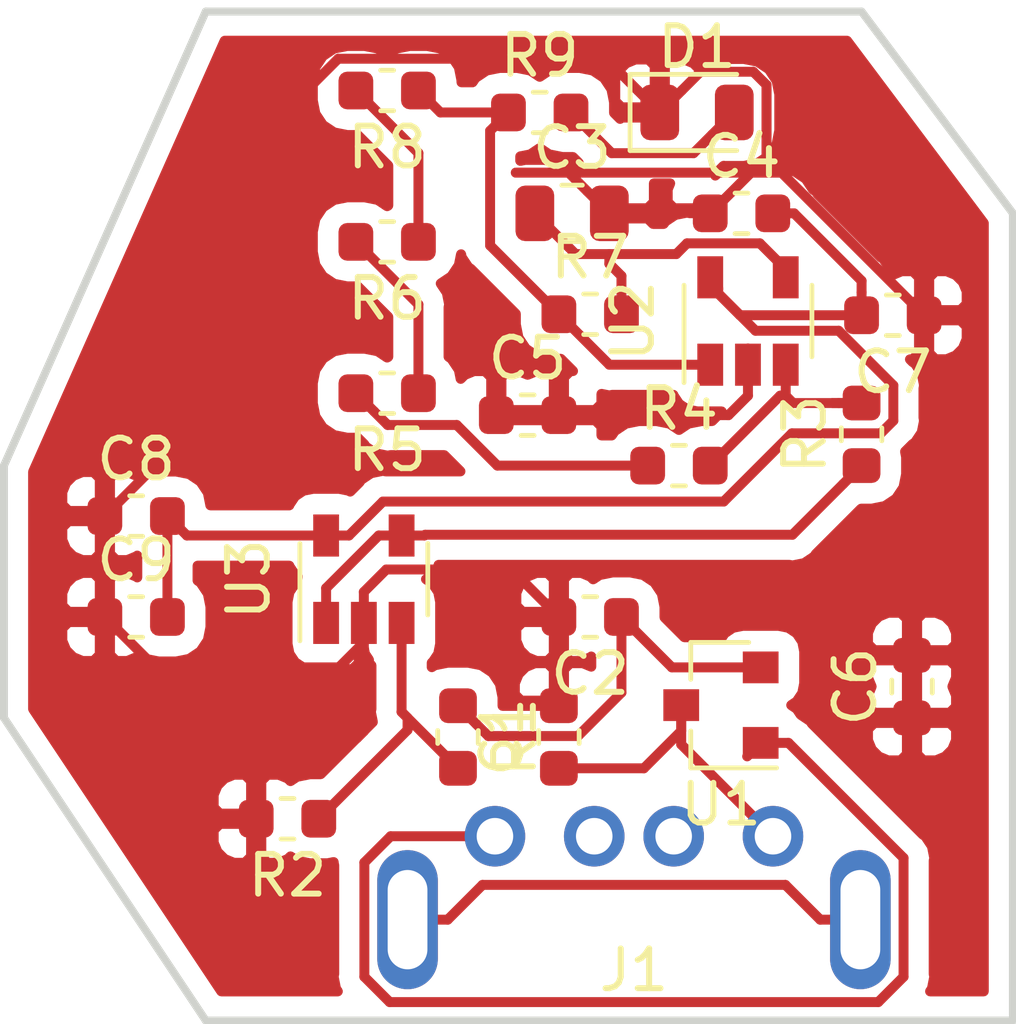
<source format=kicad_pcb>
(kicad_pcb (version 20171130) (host pcbnew "(5.0.2)-1")

  (general
    (thickness 1.6)
    (drawings 7)
    (tracks 148)
    (zones 0)
    (modules 23)
    (nets 18)
  )

  (page A4)
  (layers
    (0 F.Cu signal)
    (31 B.Cu signal)
    (32 B.Adhes user)
    (33 F.Adhes user)
    (34 B.Paste user)
    (35 F.Paste user)
    (36 B.SilkS user)
    (37 F.SilkS user hide)
    (38 B.Mask user)
    (39 F.Mask user)
    (40 Dwgs.User user)
    (41 Cmts.User user)
    (42 Eco1.User user)
    (43 Eco2.User user)
    (44 Edge.Cuts user)
    (45 Margin user)
    (46 B.CrtYd user)
    (47 F.CrtYd user)
    (48 B.Fab user)
    (49 F.Fab user)
  )

  (setup
    (last_trace_width 0.25)
    (trace_clearance 0.2)
    (zone_clearance 0.508)
    (zone_45_only no)
    (trace_min 0.2)
    (segment_width 0.2)
    (edge_width 0.15)
    (via_size 0.8)
    (via_drill 0.4)
    (via_min_size 0.4)
    (via_min_drill 0.3)
    (uvia_size 0.3)
    (uvia_drill 0.1)
    (uvias_allowed no)
    (uvia_min_size 0.2)
    (uvia_min_drill 0.1)
    (pcb_text_width 0.3)
    (pcb_text_size 1.5 1.5)
    (mod_edge_width 0.15)
    (mod_text_size 1 1)
    (mod_text_width 0.15)
    (pad_size 1.524 1.524)
    (pad_drill 0.762)
    (pad_to_mask_clearance 0.051)
    (solder_mask_min_width 0.25)
    (aux_axis_origin 0 0)
    (visible_elements 7FFFFFFF)
    (pcbplotparams
      (layerselection 0x010fc_ffffffff)
      (usegerberextensions false)
      (usegerberattributes false)
      (usegerberadvancedattributes false)
      (creategerberjobfile false)
      (excludeedgelayer true)
      (linewidth 0.100000)
      (plotframeref false)
      (viasonmask false)
      (mode 1)
      (useauxorigin false)
      (hpglpennumber 1)
      (hpglpenspeed 20)
      (hpglpendiameter 15.000000)
      (psnegative false)
      (psa4output false)
      (plotreference true)
      (plotvalue true)
      (plotinvisibletext false)
      (padsonsilk false)
      (subtractmaskfromsilk false)
      (outputformat 1)
      (mirror false)
      (drillshape 1)
      (scaleselection 1)
      (outputdirectory ""))
  )

  (net 0 "")
  (net 1 GND)
  (net 2 "Net-(C1-Pad1)")
  (net 3 "Net-(C2-Pad1)")
  (net 4 "Net-(C3-Pad1)")
  (net 5 +3V3)
  (net 6 "Net-(D1-Pad2)")
  (net 7 "Net-(J1-Pad2)")
  (net 8 "Net-(J1-Pad3)")
  (net 9 "Net-(J1-Pad5)")
  (net 10 "Net-(R1-Pad2)")
  (net 11 "Net-(R3-Pad2)")
  (net 12 "Net-(R4-Pad1)")
  (net 13 "Net-(R5-Pad1)")
  (net 14 "Net-(R6-Pad1)")
  (net 15 "Net-(R7-Pad1)")
  (net 16 "Net-(J1-Pad4)")
  (net 17 "Net-(R3-Pad1)")

  (net_class Default "This is the default net class."
    (clearance 0.2)
    (trace_width 0.25)
    (via_dia 0.8)
    (via_drill 0.4)
    (uvia_dia 0.3)
    (uvia_drill 0.1)
    (add_net +3V3)
    (add_net GND)
    (add_net "Net-(C1-Pad1)")
    (add_net "Net-(C2-Pad1)")
    (add_net "Net-(C3-Pad1)")
    (add_net "Net-(D1-Pad2)")
    (add_net "Net-(J1-Pad2)")
    (add_net "Net-(J1-Pad3)")
    (add_net "Net-(J1-Pad4)")
    (add_net "Net-(J1-Pad5)")
    (add_net "Net-(R1-Pad2)")
    (add_net "Net-(R3-Pad1)")
    (add_net "Net-(R3-Pad2)")
    (add_net "Net-(R4-Pad1)")
    (add_net "Net-(R5-Pad1)")
    (add_net "Net-(R6-Pad1)")
    (add_net "Net-(R7-Pad1)")
  )

  (module Resistor_SMD:R_0603_1608Metric (layer F.Cu) (tedit 5B301BBD) (tstamp 5C79C79D)
    (at 81.7625 104.14)
    (descr "Resistor SMD 0603 (1608 Metric), square (rectangular) end terminal, IPC_7351 nominal, (Body size source: http://www.tortai-tech.com/upload/download/2011102023233369053.pdf), generated with kicad-footprint-generator")
    (tags resistor)
    (path /5C60A235)
    (attr smd)
    (fp_text reference R4 (at 0 -1.43) (layer F.SilkS)
      (effects (font (size 1 1) (thickness 0.15)))
    )
    (fp_text value 30.1 (at 0 1.43) (layer F.Fab)
      (effects (font (size 1 1) (thickness 0.15)))
    )
    (fp_line (start -0.8 0.4) (end -0.8 -0.4) (layer F.Fab) (width 0.1))
    (fp_line (start -0.8 -0.4) (end 0.8 -0.4) (layer F.Fab) (width 0.1))
    (fp_line (start 0.8 -0.4) (end 0.8 0.4) (layer F.Fab) (width 0.1))
    (fp_line (start 0.8 0.4) (end -0.8 0.4) (layer F.Fab) (width 0.1))
    (fp_line (start -0.162779 -0.51) (end 0.162779 -0.51) (layer F.SilkS) (width 0.12))
    (fp_line (start -0.162779 0.51) (end 0.162779 0.51) (layer F.SilkS) (width 0.12))
    (fp_line (start -1.48 0.73) (end -1.48 -0.73) (layer F.CrtYd) (width 0.05))
    (fp_line (start -1.48 -0.73) (end 1.48 -0.73) (layer F.CrtYd) (width 0.05))
    (fp_line (start 1.48 -0.73) (end 1.48 0.73) (layer F.CrtYd) (width 0.05))
    (fp_line (start 1.48 0.73) (end -1.48 0.73) (layer F.CrtYd) (width 0.05))
    (fp_text user %R (at 0 0) (layer F.Fab)
      (effects (font (size 0.4 0.4) (thickness 0.06)))
    )
    (pad 1 smd roundrect (at -0.7875 0) (size 0.875 0.95) (layers F.Cu F.Paste F.Mask) (roundrect_rratio 0.25)
      (net 12 "Net-(R4-Pad1)"))
    (pad 2 smd roundrect (at 0.7875 0) (size 0.875 0.95) (layers F.Cu F.Paste F.Mask) (roundrect_rratio 0.25)
      (net 11 "Net-(R3-Pad2)"))
    (model ${KISYS3DMOD}/Resistor_SMD.3dshapes/R_0603_1608Metric.wrl
      (at (xyz 0 0 0))
      (scale (xyz 1 1 1))
      (rotate (xyz 0 0 0))
    )
  )

  (module Capacitor_SMD:C_0603_1608Metric (layer F.Cu) (tedit 5B301BBE) (tstamp 5C79C718)
    (at 77.9525 102.87)
    (descr "Capacitor SMD 0603 (1608 Metric), square (rectangular) end terminal, IPC_7351 nominal, (Body size source: http://www.tortai-tech.com/upload/download/2011102023233369053.pdf), generated with kicad-footprint-generator")
    (tags capacitor)
    (path /5C5B957F)
    (attr smd)
    (fp_text reference C5 (at 0 -1.43) (layer F.SilkS)
      (effects (font (size 1 1) (thickness 0.15)))
    )
    (fp_text value ".1 u" (at 0 1.43) (layer F.Fab)
      (effects (font (size 1 1) (thickness 0.15)))
    )
    (fp_text user %R (at 0 0) (layer F.Fab)
      (effects (font (size 0.4 0.4) (thickness 0.06)))
    )
    (fp_line (start 1.48 0.73) (end -1.48 0.73) (layer F.CrtYd) (width 0.05))
    (fp_line (start 1.48 -0.73) (end 1.48 0.73) (layer F.CrtYd) (width 0.05))
    (fp_line (start -1.48 -0.73) (end 1.48 -0.73) (layer F.CrtYd) (width 0.05))
    (fp_line (start -1.48 0.73) (end -1.48 -0.73) (layer F.CrtYd) (width 0.05))
    (fp_line (start -0.162779 0.51) (end 0.162779 0.51) (layer F.SilkS) (width 0.12))
    (fp_line (start -0.162779 -0.51) (end 0.162779 -0.51) (layer F.SilkS) (width 0.12))
    (fp_line (start 0.8 0.4) (end -0.8 0.4) (layer F.Fab) (width 0.1))
    (fp_line (start 0.8 -0.4) (end 0.8 0.4) (layer F.Fab) (width 0.1))
    (fp_line (start -0.8 -0.4) (end 0.8 -0.4) (layer F.Fab) (width 0.1))
    (fp_line (start -0.8 0.4) (end -0.8 -0.4) (layer F.Fab) (width 0.1))
    (pad 2 smd roundrect (at 0.7875 0) (size 0.875 0.95) (layers F.Cu F.Paste F.Mask) (roundrect_rratio 0.25)
      (net 1 GND))
    (pad 1 smd roundrect (at -0.7875 0) (size 0.875 0.95) (layers F.Cu F.Paste F.Mask) (roundrect_rratio 0.25)
      (net 1 GND))
    (model ${KISYS3DMOD}/Capacitor_SMD.3dshapes/C_0603_1608Metric.wrl
      (at (xyz 0 0 0))
      (scale (xyz 1 1 1))
      (rotate (xyz 0 0 0))
    )
  )

  (module Capacitor_SMD:C_0603_1608Metric (layer F.Cu) (tedit 5B301BBE) (tstamp 5C79C6D4)
    (at 78.74 110.9725 90)
    (descr "Capacitor SMD 0603 (1608 Metric), square (rectangular) end terminal, IPC_7351 nominal, (Body size source: http://www.tortai-tech.com/upload/download/2011102023233369053.pdf), generated with kicad-footprint-generator")
    (tags capacitor)
    (path /5C60CF5C)
    (attr smd)
    (fp_text reference C1 (at 0 -1.43 90) (layer F.SilkS)
      (effects (font (size 1 1) (thickness 0.15)))
    )
    (fp_text value "1 u" (at 0 1.43 90) (layer F.Fab)
      (effects (font (size 1 1) (thickness 0.15)))
    )
    (fp_text user %R (at 0 0 90) (layer F.Fab)
      (effects (font (size 0.4 0.4) (thickness 0.06)))
    )
    (fp_line (start 1.48 0.73) (end -1.48 0.73) (layer F.CrtYd) (width 0.05))
    (fp_line (start 1.48 -0.73) (end 1.48 0.73) (layer F.CrtYd) (width 0.05))
    (fp_line (start -1.48 -0.73) (end 1.48 -0.73) (layer F.CrtYd) (width 0.05))
    (fp_line (start -1.48 0.73) (end -1.48 -0.73) (layer F.CrtYd) (width 0.05))
    (fp_line (start -0.162779 0.51) (end 0.162779 0.51) (layer F.SilkS) (width 0.12))
    (fp_line (start -0.162779 -0.51) (end 0.162779 -0.51) (layer F.SilkS) (width 0.12))
    (fp_line (start 0.8 0.4) (end -0.8 0.4) (layer F.Fab) (width 0.1))
    (fp_line (start 0.8 -0.4) (end 0.8 0.4) (layer F.Fab) (width 0.1))
    (fp_line (start -0.8 -0.4) (end 0.8 -0.4) (layer F.Fab) (width 0.1))
    (fp_line (start -0.8 0.4) (end -0.8 -0.4) (layer F.Fab) (width 0.1))
    (pad 2 smd roundrect (at 0.7875 0 90) (size 0.875 0.95) (layers F.Cu F.Paste F.Mask) (roundrect_rratio 0.25)
      (net 1 GND))
    (pad 1 smd roundrect (at -0.7875 0 90) (size 0.875 0.95) (layers F.Cu F.Paste F.Mask) (roundrect_rratio 0.25)
      (net 2 "Net-(C1-Pad1)"))
    (model ${KISYS3DMOD}/Capacitor_SMD.3dshapes/C_0603_1608Metric.wrl
      (at (xyz 0 0 0))
      (scale (xyz 1 1 1))
      (rotate (xyz 0 0 0))
    )
  )

  (module Capacitor_SMD:C_0603_1608Metric (layer F.Cu) (tedit 5B301BBE) (tstamp 5C79C6E5)
    (at 79.5275 107.95 180)
    (descr "Capacitor SMD 0603 (1608 Metric), square (rectangular) end terminal, IPC_7351 nominal, (Body size source: http://www.tortai-tech.com/upload/download/2011102023233369053.pdf), generated with kicad-footprint-generator")
    (tags capacitor)
    (path /5C60CFBA)
    (attr smd)
    (fp_text reference C2 (at 0 -1.43 180) (layer F.SilkS)
      (effects (font (size 1 1) (thickness 0.15)))
    )
    (fp_text value "1 u" (at 0 1.43 180) (layer F.Fab)
      (effects (font (size 1 1) (thickness 0.15)))
    )
    (fp_line (start -0.8 0.4) (end -0.8 -0.4) (layer F.Fab) (width 0.1))
    (fp_line (start -0.8 -0.4) (end 0.8 -0.4) (layer F.Fab) (width 0.1))
    (fp_line (start 0.8 -0.4) (end 0.8 0.4) (layer F.Fab) (width 0.1))
    (fp_line (start 0.8 0.4) (end -0.8 0.4) (layer F.Fab) (width 0.1))
    (fp_line (start -0.162779 -0.51) (end 0.162779 -0.51) (layer F.SilkS) (width 0.12))
    (fp_line (start -0.162779 0.51) (end 0.162779 0.51) (layer F.SilkS) (width 0.12))
    (fp_line (start -1.48 0.73) (end -1.48 -0.73) (layer F.CrtYd) (width 0.05))
    (fp_line (start -1.48 -0.73) (end 1.48 -0.73) (layer F.CrtYd) (width 0.05))
    (fp_line (start 1.48 -0.73) (end 1.48 0.73) (layer F.CrtYd) (width 0.05))
    (fp_line (start 1.48 0.73) (end -1.48 0.73) (layer F.CrtYd) (width 0.05))
    (fp_text user %R (at 0 0 180) (layer F.Fab)
      (effects (font (size 0.4 0.4) (thickness 0.06)))
    )
    (pad 1 smd roundrect (at -0.7875 0 180) (size 0.875 0.95) (layers F.Cu F.Paste F.Mask) (roundrect_rratio 0.25)
      (net 3 "Net-(C2-Pad1)"))
    (pad 2 smd roundrect (at 0.7875 0 180) (size 0.875 0.95) (layers F.Cu F.Paste F.Mask) (roundrect_rratio 0.25)
      (net 1 GND))
    (model ${KISYS3DMOD}/Capacitor_SMD.3dshapes/C_0603_1608Metric.wrl
      (at (xyz 0 0 0))
      (scale (xyz 1 1 1))
      (rotate (xyz 0 0 0))
    )
  )

  (module Capacitor_SMD:C_0805_2012Metric (layer F.Cu) (tedit 5B36C52B) (tstamp 5C79C6F6)
    (at 79.0725 97.79)
    (descr "Capacitor SMD 0805 (2012 Metric), square (rectangular) end terminal, IPC_7351 nominal, (Body size source: https://docs.google.com/spreadsheets/d/1BsfQQcO9C6DZCsRaXUlFlo91Tg2WpOkGARC1WS5S8t0/edit?usp=sharing), generated with kicad-footprint-generator")
    (tags capacitor)
    (path /5C5748D4)
    (attr smd)
    (fp_text reference C3 (at 0 -1.65) (layer F.SilkS)
      (effects (font (size 1 1) (thickness 0.15)))
    )
    (fp_text value "10 u" (at 0 1.65) (layer F.Fab)
      (effects (font (size 1 1) (thickness 0.15)))
    )
    (fp_line (start -1 0.6) (end -1 -0.6) (layer F.Fab) (width 0.1))
    (fp_line (start -1 -0.6) (end 1 -0.6) (layer F.Fab) (width 0.1))
    (fp_line (start 1 -0.6) (end 1 0.6) (layer F.Fab) (width 0.1))
    (fp_line (start 1 0.6) (end -1 0.6) (layer F.Fab) (width 0.1))
    (fp_line (start -0.258578 -0.71) (end 0.258578 -0.71) (layer F.SilkS) (width 0.12))
    (fp_line (start -0.258578 0.71) (end 0.258578 0.71) (layer F.SilkS) (width 0.12))
    (fp_line (start -1.68 0.95) (end -1.68 -0.95) (layer F.CrtYd) (width 0.05))
    (fp_line (start -1.68 -0.95) (end 1.68 -0.95) (layer F.CrtYd) (width 0.05))
    (fp_line (start 1.68 -0.95) (end 1.68 0.95) (layer F.CrtYd) (width 0.05))
    (fp_line (start 1.68 0.95) (end -1.68 0.95) (layer F.CrtYd) (width 0.05))
    (fp_text user %R (at 0 0) (layer F.Fab)
      (effects (font (size 0.5 0.5) (thickness 0.08)))
    )
    (pad 1 smd roundrect (at -0.9375 0) (size 0.975 1.4) (layers F.Cu F.Paste F.Mask) (roundrect_rratio 0.25)
      (net 4 "Net-(C3-Pad1)"))
    (pad 2 smd roundrect (at 0.9375 0) (size 0.975 1.4) (layers F.Cu F.Paste F.Mask) (roundrect_rratio 0.25)
      (net 1 GND))
    (model ${KISYS3DMOD}/Capacitor_SMD.3dshapes/C_0805_2012Metric.wrl
      (at (xyz 0 0 0))
      (scale (xyz 1 1 1))
      (rotate (xyz 0 0 0))
    )
  )

  (module Capacitor_SMD:C_0603_1608Metric (layer F.Cu) (tedit 5B301BBE) (tstamp 5C79C707)
    (at 83.3375 97.79)
    (descr "Capacitor SMD 0603 (1608 Metric), square (rectangular) end terminal, IPC_7351 nominal, (Body size source: http://www.tortai-tech.com/upload/download/2011102023233369053.pdf), generated with kicad-footprint-generator")
    (tags capacitor)
    (path /5C5B9395)
    (attr smd)
    (fp_text reference C4 (at 0 -1.43) (layer F.SilkS)
      (effects (font (size 1 1) (thickness 0.15)))
    )
    (fp_text value ".1 u" (at 0 1.43) (layer F.Fab)
      (effects (font (size 1 1) (thickness 0.15)))
    )
    (fp_text user %R (at 0 0) (layer F.Fab)
      (effects (font (size 0.4 0.4) (thickness 0.06)))
    )
    (fp_line (start 1.48 0.73) (end -1.48 0.73) (layer F.CrtYd) (width 0.05))
    (fp_line (start 1.48 -0.73) (end 1.48 0.73) (layer F.CrtYd) (width 0.05))
    (fp_line (start -1.48 -0.73) (end 1.48 -0.73) (layer F.CrtYd) (width 0.05))
    (fp_line (start -1.48 0.73) (end -1.48 -0.73) (layer F.CrtYd) (width 0.05))
    (fp_line (start -0.162779 0.51) (end 0.162779 0.51) (layer F.SilkS) (width 0.12))
    (fp_line (start -0.162779 -0.51) (end 0.162779 -0.51) (layer F.SilkS) (width 0.12))
    (fp_line (start 0.8 0.4) (end -0.8 0.4) (layer F.Fab) (width 0.1))
    (fp_line (start 0.8 -0.4) (end 0.8 0.4) (layer F.Fab) (width 0.1))
    (fp_line (start -0.8 -0.4) (end 0.8 -0.4) (layer F.Fab) (width 0.1))
    (fp_line (start -0.8 0.4) (end -0.8 -0.4) (layer F.Fab) (width 0.1))
    (pad 2 smd roundrect (at 0.7875 0) (size 0.875 0.95) (layers F.Cu F.Paste F.Mask) (roundrect_rratio 0.25)
      (net 5 +3V3))
    (pad 1 smd roundrect (at -0.7875 0) (size 0.875 0.95) (layers F.Cu F.Paste F.Mask) (roundrect_rratio 0.25)
      (net 1 GND))
    (model ${KISYS3DMOD}/Capacitor_SMD.3dshapes/C_0603_1608Metric.wrl
      (at (xyz 0 0 0))
      (scale (xyz 1 1 1))
      (rotate (xyz 0 0 0))
    )
  )

  (module Capacitor_SMD:C_0603_1608Metric (layer F.Cu) (tedit 5C611BF2) (tstamp 5C79C729)
    (at 87.63 109.7025 90)
    (descr "Capacitor SMD 0603 (1608 Metric), square (rectangular) end terminal, IPC_7351 nominal, (Body size source: http://www.tortai-tech.com/upload/download/2011102023233369053.pdf), generated with kicad-footprint-generator")
    (tags capacitor)
    (path /5C5B96E3)
    (attr smd)
    (fp_text reference C6 (at 0 -1.43 90) (layer F.SilkS)
      (effects (font (size 1 1) (thickness 0.15)))
    )
    (fp_text value "1 n" (at 0 1.43 90) (layer F.Fab)
      (effects (font (size 1 1) (thickness 0.15)))
    )
    (fp_line (start -0.8 0.4) (end -0.8 -0.4) (layer F.Fab) (width 0.1))
    (fp_line (start -0.8 -0.4) (end 0.8 -0.4) (layer F.Fab) (width 0.1))
    (fp_line (start 0.8 -0.4) (end 0.8 0.4) (layer F.Fab) (width 0.1))
    (fp_line (start 0.8 0.4) (end -0.8 0.4) (layer F.Fab) (width 0.1))
    (fp_line (start -0.162779 -0.51) (end 0.162779 -0.51) (layer F.SilkS) (width 0.12))
    (fp_line (start -0.162779 0.51) (end 0.162779 0.51) (layer F.SilkS) (width 0.12))
    (fp_line (start -1.48 0.73) (end -1.48 -0.73) (layer F.CrtYd) (width 0.05))
    (fp_line (start -1.48 -0.73) (end 1.48 -0.73) (layer F.CrtYd) (width 0.05))
    (fp_line (start 1.48 -0.73) (end 1.48 0.73) (layer F.CrtYd) (width 0.05))
    (fp_line (start 1.48 0.73) (end -1.48 0.73) (layer F.CrtYd) (width 0.05))
    (fp_text user %R (at 0 0 90) (layer F.Fab)
      (effects (font (size 0.4 0.4) (thickness 0.06)))
    )
    (pad 1 smd roundrect (at -0.7875 0 90) (size 0.875 0.95) (layers F.Cu F.Paste F.Mask) (roundrect_rratio 0.25)
      (net 1 GND))
    (pad 2 smd roundrect (at 0.7875 0 90) (size 0.875 0.95) (layers F.Cu F.Paste F.Mask) (roundrect_rratio 0.25)
      (net 1 GND))
    (model ${KISYS3DMOD}/Capacitor_SMD.3dshapes/C_0603_1608Metric.wrl
      (at (xyz 0 0 0))
      (scale (xyz 1 1 1))
      (rotate (xyz 0 0 0))
    )
  )

  (module Capacitor_SMD:C_0603_1608Metric (layer F.Cu) (tedit 5B301BBE) (tstamp 5C79C73A)
    (at 87.1475 100.355001 180)
    (descr "Capacitor SMD 0603 (1608 Metric), square (rectangular) end terminal, IPC_7351 nominal, (Body size source: http://www.tortai-tech.com/upload/download/2011102023233369053.pdf), generated with kicad-footprint-generator")
    (tags capacitor)
    (path /5C5B9521)
    (attr smd)
    (fp_text reference C7 (at 0 -1.43 180) (layer F.SilkS)
      (effects (font (size 1 1) (thickness 0.15)))
    )
    (fp_text value "1 n" (at 0 1.43 180) (layer F.Fab)
      (effects (font (size 1 1) (thickness 0.15)))
    )
    (fp_line (start -0.8 0.4) (end -0.8 -0.4) (layer F.Fab) (width 0.1))
    (fp_line (start -0.8 -0.4) (end 0.8 -0.4) (layer F.Fab) (width 0.1))
    (fp_line (start 0.8 -0.4) (end 0.8 0.4) (layer F.Fab) (width 0.1))
    (fp_line (start 0.8 0.4) (end -0.8 0.4) (layer F.Fab) (width 0.1))
    (fp_line (start -0.162779 -0.51) (end 0.162779 -0.51) (layer F.SilkS) (width 0.12))
    (fp_line (start -0.162779 0.51) (end 0.162779 0.51) (layer F.SilkS) (width 0.12))
    (fp_line (start -1.48 0.73) (end -1.48 -0.73) (layer F.CrtYd) (width 0.05))
    (fp_line (start -1.48 -0.73) (end 1.48 -0.73) (layer F.CrtYd) (width 0.05))
    (fp_line (start 1.48 -0.73) (end 1.48 0.73) (layer F.CrtYd) (width 0.05))
    (fp_line (start 1.48 0.73) (end -1.48 0.73) (layer F.CrtYd) (width 0.05))
    (fp_text user %R (at 0 0 180) (layer F.Fab)
      (effects (font (size 0.4 0.4) (thickness 0.06)))
    )
    (pad 1 smd roundrect (at -0.7875 0 180) (size 0.875 0.95) (layers F.Cu F.Paste F.Mask) (roundrect_rratio 0.25)
      (net 1 GND))
    (pad 2 smd roundrect (at 0.7875 0 180) (size 0.875 0.95) (layers F.Cu F.Paste F.Mask) (roundrect_rratio 0.25)
      (net 5 +3V3))
    (model ${KISYS3DMOD}/Capacitor_SMD.3dshapes/C_0603_1608Metric.wrl
      (at (xyz 0 0 0))
      (scale (xyz 1 1 1))
      (rotate (xyz 0 0 0))
    )
  )

  (module LED_SMD:LED_0805_2012Metric (layer F.Cu) (tedit 5B36C52C) (tstamp 5C79C74D)
    (at 82.2175 95.25)
    (descr "LED SMD 0805 (2012 Metric), square (rectangular) end terminal, IPC_7351 nominal, (Body size source: https://docs.google.com/spreadsheets/d/1BsfQQcO9C6DZCsRaXUlFlo91Tg2WpOkGARC1WS5S8t0/edit?usp=sharing), generated with kicad-footprint-generator")
    (tags diode)
    (path /5C5742E3)
    (attr smd)
    (fp_text reference D1 (at 0 -1.65) (layer F.SilkS)
      (effects (font (size 1 1) (thickness 0.15)))
    )
    (fp_text value LED (at 0 1.65) (layer F.Fab)
      (effects (font (size 1 1) (thickness 0.15)))
    )
    (fp_line (start 1 -0.6) (end -0.7 -0.6) (layer F.Fab) (width 0.1))
    (fp_line (start -0.7 -0.6) (end -1 -0.3) (layer F.Fab) (width 0.1))
    (fp_line (start -1 -0.3) (end -1 0.6) (layer F.Fab) (width 0.1))
    (fp_line (start -1 0.6) (end 1 0.6) (layer F.Fab) (width 0.1))
    (fp_line (start 1 0.6) (end 1 -0.6) (layer F.Fab) (width 0.1))
    (fp_line (start 1 -0.96) (end -1.685 -0.96) (layer F.SilkS) (width 0.12))
    (fp_line (start -1.685 -0.96) (end -1.685 0.96) (layer F.SilkS) (width 0.12))
    (fp_line (start -1.685 0.96) (end 1 0.96) (layer F.SilkS) (width 0.12))
    (fp_line (start -1.68 0.95) (end -1.68 -0.95) (layer F.CrtYd) (width 0.05))
    (fp_line (start -1.68 -0.95) (end 1.68 -0.95) (layer F.CrtYd) (width 0.05))
    (fp_line (start 1.68 -0.95) (end 1.68 0.95) (layer F.CrtYd) (width 0.05))
    (fp_line (start 1.68 0.95) (end -1.68 0.95) (layer F.CrtYd) (width 0.05))
    (fp_text user %R (at 0 0) (layer F.Fab)
      (effects (font (size 0.5 0.5) (thickness 0.08)))
    )
    (pad 1 smd roundrect (at -0.9375 0) (size 0.975 1.4) (layers F.Cu F.Paste F.Mask) (roundrect_rratio 0.25)
      (net 1 GND))
    (pad 2 smd roundrect (at 0.9375 0) (size 0.975 1.4) (layers F.Cu F.Paste F.Mask) (roundrect_rratio 0.25)
      (net 6 "Net-(D1-Pad2)"))
    (model ${KISYS3DMOD}/LED_SMD.3dshapes/LED_0805_2012Metric.wrl
      (at (xyz 0 0 0))
      (scale (xyz 1 1 1))
      (rotate (xyz 0 0 0))
    )
  )

  (module Custom:USBA (layer F.Cu) (tedit 5C60FACC) (tstamp 5C79C759)
    (at 80.63 115.57)
    (path /5C60A930)
    (fp_text reference J1 (at 0 1.27) (layer F.SilkS)
      (effects (font (size 1 1) (thickness 0.15)))
    )
    (fp_text value USB_A (at 0 -0.5) (layer F.Fab)
      (effects (font (size 1 1) (thickness 0.15)))
    )
    (pad 1 thru_hole circle (at 3.5 -2.1) (size 1.524 1.524) (drill 0.92) (layers *.Cu *.Mask)
      (net 2 "Net-(C1-Pad1)") (zone_connect 1))
    (pad 2 thru_hole circle (at 1 -2.1) (size 1.524 1.524) (drill 0.92) (layers *.Cu *.Mask)
      (net 7 "Net-(J1-Pad2)") (zone_connect 1))
    (pad 3 thru_hole circle (at -1 -2.1) (size 1.524 1.524) (drill 0.92) (layers *.Cu *.Mask)
      (net 8 "Net-(J1-Pad3)") (zone_connect 1))
    (pad 4 thru_hole circle (at -3.5 -2.1) (size 1.524 1.524) (drill 0.92) (layers *.Cu *.Mask)
      (net 16 "Net-(J1-Pad4)") (zone_connect 1))
    (pad 5 thru_hole oval (at -5.7 0) (size 1.524 3.5) (drill oval 1 2.5) (layers *.Cu *.Mask)
      (net 9 "Net-(J1-Pad5)") (zone_connect 1))
    (pad 5 thru_hole oval (at 5.7 0) (size 1.524 3.5) (drill oval 1 2.5) (layers *.Cu *.Mask)
      (net 9 "Net-(J1-Pad5)") (zone_connect 1))
    (pad "" np_thru_hole circle (at -2.25 0) (size 1.1 1.1) (drill 1.1) (layers *.Cu *.Mask))
    (pad "" np_thru_hole circle (at 2.25 0) (size 1.1 1.1) (drill 1.1) (layers *.Cu *.Mask))
  )

  (module Resistor_SMD:R_0603_1608Metric (layer F.Cu) (tedit 5B301BBD) (tstamp 5C79C76A)
    (at 76.2 110.9725 270)
    (descr "Resistor SMD 0603 (1608 Metric), square (rectangular) end terminal, IPC_7351 nominal, (Body size source: http://www.tortai-tech.com/upload/download/2011102023233369053.pdf), generated with kicad-footprint-generator")
    (tags resistor)
    (path /5C5BA82F)
    (attr smd)
    (fp_text reference R1 (at 0 -1.43 270) (layer F.SilkS)
      (effects (font (size 1 1) (thickness 0.15)))
    )
    (fp_text value "4.02 k" (at 0 1.43 270) (layer F.Fab)
      (effects (font (size 1 1) (thickness 0.15)))
    )
    (fp_line (start -0.8 0.4) (end -0.8 -0.4) (layer F.Fab) (width 0.1))
    (fp_line (start -0.8 -0.4) (end 0.8 -0.4) (layer F.Fab) (width 0.1))
    (fp_line (start 0.8 -0.4) (end 0.8 0.4) (layer F.Fab) (width 0.1))
    (fp_line (start 0.8 0.4) (end -0.8 0.4) (layer F.Fab) (width 0.1))
    (fp_line (start -0.162779 -0.51) (end 0.162779 -0.51) (layer F.SilkS) (width 0.12))
    (fp_line (start -0.162779 0.51) (end 0.162779 0.51) (layer F.SilkS) (width 0.12))
    (fp_line (start -1.48 0.73) (end -1.48 -0.73) (layer F.CrtYd) (width 0.05))
    (fp_line (start -1.48 -0.73) (end 1.48 -0.73) (layer F.CrtYd) (width 0.05))
    (fp_line (start 1.48 -0.73) (end 1.48 0.73) (layer F.CrtYd) (width 0.05))
    (fp_line (start 1.48 0.73) (end -1.48 0.73) (layer F.CrtYd) (width 0.05))
    (fp_text user %R (at 0 0 270) (layer F.Fab)
      (effects (font (size 0.4 0.4) (thickness 0.06)))
    )
    (pad 1 smd roundrect (at -0.7875 0 270) (size 0.875 0.95) (layers F.Cu F.Paste F.Mask) (roundrect_rratio 0.25)
      (net 3 "Net-(C2-Pad1)"))
    (pad 2 smd roundrect (at 0.7875 0 270) (size 0.875 0.95) (layers F.Cu F.Paste F.Mask) (roundrect_rratio 0.25)
      (net 10 "Net-(R1-Pad2)"))
    (model ${KISYS3DMOD}/Resistor_SMD.3dshapes/R_0603_1608Metric.wrl
      (at (xyz 0 0 0))
      (scale (xyz 1 1 1))
      (rotate (xyz 0 0 0))
    )
  )

  (module Resistor_SMD:R_0603_1608Metric (layer F.Cu) (tedit 5B301BBD) (tstamp 5C79C77B)
    (at 71.9075 113.03 180)
    (descr "Resistor SMD 0603 (1608 Metric), square (rectangular) end terminal, IPC_7351 nominal, (Body size source: http://www.tortai-tech.com/upload/download/2011102023233369053.pdf), generated with kicad-footprint-generator")
    (tags resistor)
    (path /5C5BAC56)
    (attr smd)
    (fp_text reference R2 (at 0 -1.43 180) (layer F.SilkS)
      (effects (font (size 1 1) (thickness 0.15)))
    )
    (fp_text value "4.02 k" (at 0 1.43 180) (layer F.Fab)
      (effects (font (size 1 1) (thickness 0.15)))
    )
    (fp_text user %R (at 0 0 180) (layer F.Fab)
      (effects (font (size 0.4 0.4) (thickness 0.06)))
    )
    (fp_line (start 1.48 0.73) (end -1.48 0.73) (layer F.CrtYd) (width 0.05))
    (fp_line (start 1.48 -0.73) (end 1.48 0.73) (layer F.CrtYd) (width 0.05))
    (fp_line (start -1.48 -0.73) (end 1.48 -0.73) (layer F.CrtYd) (width 0.05))
    (fp_line (start -1.48 0.73) (end -1.48 -0.73) (layer F.CrtYd) (width 0.05))
    (fp_line (start -0.162779 0.51) (end 0.162779 0.51) (layer F.SilkS) (width 0.12))
    (fp_line (start -0.162779 -0.51) (end 0.162779 -0.51) (layer F.SilkS) (width 0.12))
    (fp_line (start 0.8 0.4) (end -0.8 0.4) (layer F.Fab) (width 0.1))
    (fp_line (start 0.8 -0.4) (end 0.8 0.4) (layer F.Fab) (width 0.1))
    (fp_line (start -0.8 -0.4) (end 0.8 -0.4) (layer F.Fab) (width 0.1))
    (fp_line (start -0.8 0.4) (end -0.8 -0.4) (layer F.Fab) (width 0.1))
    (pad 2 smd roundrect (at 0.7875 0 180) (size 0.875 0.95) (layers F.Cu F.Paste F.Mask) (roundrect_rratio 0.25)
      (net 1 GND))
    (pad 1 smd roundrect (at -0.7875 0 180) (size 0.875 0.95) (layers F.Cu F.Paste F.Mask) (roundrect_rratio 0.25)
      (net 10 "Net-(R1-Pad2)"))
    (model ${KISYS3DMOD}/Resistor_SMD.3dshapes/R_0603_1608Metric.wrl
      (at (xyz 0 0 0))
      (scale (xyz 1 1 1))
      (rotate (xyz 0 0 0))
    )
  )

  (module Resistor_SMD:R_0603_1608Metric (layer F.Cu) (tedit 5B301BBD) (tstamp 5C79C78C)
    (at 86.36 103.3525 90)
    (descr "Resistor SMD 0603 (1608 Metric), square (rectangular) end terminal, IPC_7351 nominal, (Body size source: http://www.tortai-tech.com/upload/download/2011102023233369053.pdf), generated with kicad-footprint-generator")
    (tags resistor)
    (path /5C574887)
    (attr smd)
    (fp_text reference R3 (at 0 -1.43 90) (layer F.SilkS)
      (effects (font (size 1 1) (thickness 0.15)))
    )
    (fp_text value 100 (at 0 1.43 90) (layer F.Fab)
      (effects (font (size 1 1) (thickness 0.15)))
    )
    (fp_text user %R (at 0 0 90) (layer F.Fab)
      (effects (font (size 0.4 0.4) (thickness 0.06)))
    )
    (fp_line (start 1.48 0.73) (end -1.48 0.73) (layer F.CrtYd) (width 0.05))
    (fp_line (start 1.48 -0.73) (end 1.48 0.73) (layer F.CrtYd) (width 0.05))
    (fp_line (start -1.48 -0.73) (end 1.48 -0.73) (layer F.CrtYd) (width 0.05))
    (fp_line (start -1.48 0.73) (end -1.48 -0.73) (layer F.CrtYd) (width 0.05))
    (fp_line (start -0.162779 0.51) (end 0.162779 0.51) (layer F.SilkS) (width 0.12))
    (fp_line (start -0.162779 -0.51) (end 0.162779 -0.51) (layer F.SilkS) (width 0.12))
    (fp_line (start 0.8 0.4) (end -0.8 0.4) (layer F.Fab) (width 0.1))
    (fp_line (start 0.8 -0.4) (end 0.8 0.4) (layer F.Fab) (width 0.1))
    (fp_line (start -0.8 -0.4) (end 0.8 -0.4) (layer F.Fab) (width 0.1))
    (fp_line (start -0.8 0.4) (end -0.8 -0.4) (layer F.Fab) (width 0.1))
    (pad 2 smd roundrect (at 0.7875 0 90) (size 0.875 0.95) (layers F.Cu F.Paste F.Mask) (roundrect_rratio 0.25)
      (net 11 "Net-(R3-Pad2)"))
    (pad 1 smd roundrect (at -0.7875 0 90) (size 0.875 0.95) (layers F.Cu F.Paste F.Mask) (roundrect_rratio 0.25)
      (net 17 "Net-(R3-Pad1)"))
    (model ${KISYS3DMOD}/Resistor_SMD.3dshapes/R_0603_1608Metric.wrl
      (at (xyz 0 0 0))
      (scale (xyz 1 1 1))
      (rotate (xyz 0 0 0))
    )
  )

  (module Resistor_SMD:R_0603_1608Metric (layer F.Cu) (tedit 5B301BBD) (tstamp 5C79C7AE)
    (at 74.416593 102.317307 180)
    (descr "Resistor SMD 0603 (1608 Metric), square (rectangular) end terminal, IPC_7351 nominal, (Body size source: http://www.tortai-tech.com/upload/download/2011102023233369053.pdf), generated with kicad-footprint-generator")
    (tags resistor)
    (path /5C609EEA)
    (attr smd)
    (fp_text reference R5 (at 0 -1.43 180) (layer F.SilkS)
      (effects (font (size 1 1) (thickness 0.15)))
    )
    (fp_text value 20 (at 0 1.43 180) (layer F.Fab)
      (effects (font (size 1 1) (thickness 0.15)))
    )
    (fp_text user %R (at 0 0 180) (layer F.Fab)
      (effects (font (size 0.4 0.4) (thickness 0.06)))
    )
    (fp_line (start 1.48 0.73) (end -1.48 0.73) (layer F.CrtYd) (width 0.05))
    (fp_line (start 1.48 -0.73) (end 1.48 0.73) (layer F.CrtYd) (width 0.05))
    (fp_line (start -1.48 -0.73) (end 1.48 -0.73) (layer F.CrtYd) (width 0.05))
    (fp_line (start -1.48 0.73) (end -1.48 -0.73) (layer F.CrtYd) (width 0.05))
    (fp_line (start -0.162779 0.51) (end 0.162779 0.51) (layer F.SilkS) (width 0.12))
    (fp_line (start -0.162779 -0.51) (end 0.162779 -0.51) (layer F.SilkS) (width 0.12))
    (fp_line (start 0.8 0.4) (end -0.8 0.4) (layer F.Fab) (width 0.1))
    (fp_line (start 0.8 -0.4) (end 0.8 0.4) (layer F.Fab) (width 0.1))
    (fp_line (start -0.8 -0.4) (end 0.8 -0.4) (layer F.Fab) (width 0.1))
    (fp_line (start -0.8 0.4) (end -0.8 -0.4) (layer F.Fab) (width 0.1))
    (pad 2 smd roundrect (at 0.7875 0 180) (size 0.875 0.95) (layers F.Cu F.Paste F.Mask) (roundrect_rratio 0.25)
      (net 12 "Net-(R4-Pad1)"))
    (pad 1 smd roundrect (at -0.7875 0 180) (size 0.875 0.95) (layers F.Cu F.Paste F.Mask) (roundrect_rratio 0.25)
      (net 13 "Net-(R5-Pad1)"))
    (model ${KISYS3DMOD}/Resistor_SMD.3dshapes/R_0603_1608Metric.wrl
      (at (xyz 0 0 0))
      (scale (xyz 1 1 1))
      (rotate (xyz 0 0 0))
    )
  )

  (module Resistor_SMD:R_0603_1608Metric (layer F.Cu) (tedit 5B301BBD) (tstamp 5C79C7BF)
    (at 74.416593 98.507307 180)
    (descr "Resistor SMD 0603 (1608 Metric), square (rectangular) end terminal, IPC_7351 nominal, (Body size source: http://www.tortai-tech.com/upload/download/2011102023233369053.pdf), generated with kicad-footprint-generator")
    (tags resistor)
    (path /5C574774)
    (attr smd)
    (fp_text reference R6 (at 0 -1.43 180) (layer F.SilkS)
      (effects (font (size 1 1) (thickness 0.15)))
    )
    (fp_text value 158 (at 0 1.43 180) (layer F.Fab)
      (effects (font (size 1 1) (thickness 0.15)))
    )
    (fp_text user %R (at 0 0 180) (layer F.Fab)
      (effects (font (size 0.4 0.4) (thickness 0.06)))
    )
    (fp_line (start 1.48 0.73) (end -1.48 0.73) (layer F.CrtYd) (width 0.05))
    (fp_line (start 1.48 -0.73) (end 1.48 0.73) (layer F.CrtYd) (width 0.05))
    (fp_line (start -1.48 -0.73) (end 1.48 -0.73) (layer F.CrtYd) (width 0.05))
    (fp_line (start -1.48 0.73) (end -1.48 -0.73) (layer F.CrtYd) (width 0.05))
    (fp_line (start -0.162779 0.51) (end 0.162779 0.51) (layer F.SilkS) (width 0.12))
    (fp_line (start -0.162779 -0.51) (end 0.162779 -0.51) (layer F.SilkS) (width 0.12))
    (fp_line (start 0.8 0.4) (end -0.8 0.4) (layer F.Fab) (width 0.1))
    (fp_line (start 0.8 -0.4) (end 0.8 0.4) (layer F.Fab) (width 0.1))
    (fp_line (start -0.8 -0.4) (end 0.8 -0.4) (layer F.Fab) (width 0.1))
    (fp_line (start -0.8 0.4) (end -0.8 -0.4) (layer F.Fab) (width 0.1))
    (pad 2 smd roundrect (at 0.7875 0 180) (size 0.875 0.95) (layers F.Cu F.Paste F.Mask) (roundrect_rratio 0.25)
      (net 13 "Net-(R5-Pad1)"))
    (pad 1 smd roundrect (at -0.7875 0 180) (size 0.875 0.95) (layers F.Cu F.Paste F.Mask) (roundrect_rratio 0.25)
      (net 14 "Net-(R6-Pad1)"))
    (model ${KISYS3DMOD}/Resistor_SMD.3dshapes/R_0603_1608Metric.wrl
      (at (xyz 0 0 0))
      (scale (xyz 1 1 1))
      (rotate (xyz 0 0 0))
    )
  )

  (module Resistor_SMD:R_0603_1608Metric (layer F.Cu) (tedit 5B301BBD) (tstamp 5C79C7D0)
    (at 79.5275 100.33)
    (descr "Resistor SMD 0603 (1608 Metric), square (rectangular) end terminal, IPC_7351 nominal, (Body size source: http://www.tortai-tech.com/upload/download/2011102023233369053.pdf), generated with kicad-footprint-generator")
    (tags resistor)
    (path /5C574810)
    (attr smd)
    (fp_text reference R7 (at 0 -1.43) (layer F.SilkS)
      (effects (font (size 1 1) (thickness 0.15)))
    )
    (fp_text value "100 k" (at 0 1.43) (layer F.Fab)
      (effects (font (size 1 1) (thickness 0.15)))
    )
    (fp_line (start -0.8 0.4) (end -0.8 -0.4) (layer F.Fab) (width 0.1))
    (fp_line (start -0.8 -0.4) (end 0.8 -0.4) (layer F.Fab) (width 0.1))
    (fp_line (start 0.8 -0.4) (end 0.8 0.4) (layer F.Fab) (width 0.1))
    (fp_line (start 0.8 0.4) (end -0.8 0.4) (layer F.Fab) (width 0.1))
    (fp_line (start -0.162779 -0.51) (end 0.162779 -0.51) (layer F.SilkS) (width 0.12))
    (fp_line (start -0.162779 0.51) (end 0.162779 0.51) (layer F.SilkS) (width 0.12))
    (fp_line (start -1.48 0.73) (end -1.48 -0.73) (layer F.CrtYd) (width 0.05))
    (fp_line (start -1.48 -0.73) (end 1.48 -0.73) (layer F.CrtYd) (width 0.05))
    (fp_line (start 1.48 -0.73) (end 1.48 0.73) (layer F.CrtYd) (width 0.05))
    (fp_line (start 1.48 0.73) (end -1.48 0.73) (layer F.CrtYd) (width 0.05))
    (fp_text user %R (at 0 0) (layer F.Fab)
      (effects (font (size 0.4 0.4) (thickness 0.06)))
    )
    (pad 1 smd roundrect (at -0.7875 0) (size 0.875 0.95) (layers F.Cu F.Paste F.Mask) (roundrect_rratio 0.25)
      (net 15 "Net-(R7-Pad1)"))
    (pad 2 smd roundrect (at 0.7875 0) (size 0.875 0.95) (layers F.Cu F.Paste F.Mask) (roundrect_rratio 0.25)
      (net 4 "Net-(C3-Pad1)"))
    (model ${KISYS3DMOD}/Resistor_SMD.3dshapes/R_0603_1608Metric.wrl
      (at (xyz 0 0 0))
      (scale (xyz 1 1 1))
      (rotate (xyz 0 0 0))
    )
  )

  (module Resistor_SMD:R_0603_1608Metric (layer F.Cu) (tedit 5B301BBD) (tstamp 5C79C7E1)
    (at 74.416593 94.697307 180)
    (descr "Resistor SMD 0603 (1608 Metric), square (rectangular) end terminal, IPC_7351 nominal, (Body size source: http://www.tortai-tech.com/upload/download/2011102023233369053.pdf), generated with kicad-footprint-generator")
    (tags resistor)
    (path /5C609E43)
    (attr smd)
    (fp_text reference R8 (at 0 -1.43 180) (layer F.SilkS)
      (effects (font (size 1 1) (thickness 0.15)))
    )
    (fp_text value 100 (at 0 1.43 180) (layer F.Fab)
      (effects (font (size 1 1) (thickness 0.15)))
    )
    (fp_line (start -0.8 0.4) (end -0.8 -0.4) (layer F.Fab) (width 0.1))
    (fp_line (start -0.8 -0.4) (end 0.8 -0.4) (layer F.Fab) (width 0.1))
    (fp_line (start 0.8 -0.4) (end 0.8 0.4) (layer F.Fab) (width 0.1))
    (fp_line (start 0.8 0.4) (end -0.8 0.4) (layer F.Fab) (width 0.1))
    (fp_line (start -0.162779 -0.51) (end 0.162779 -0.51) (layer F.SilkS) (width 0.12))
    (fp_line (start -0.162779 0.51) (end 0.162779 0.51) (layer F.SilkS) (width 0.12))
    (fp_line (start -1.48 0.73) (end -1.48 -0.73) (layer F.CrtYd) (width 0.05))
    (fp_line (start -1.48 -0.73) (end 1.48 -0.73) (layer F.CrtYd) (width 0.05))
    (fp_line (start 1.48 -0.73) (end 1.48 0.73) (layer F.CrtYd) (width 0.05))
    (fp_line (start 1.48 0.73) (end -1.48 0.73) (layer F.CrtYd) (width 0.05))
    (fp_text user %R (at 0 0 180) (layer F.Fab)
      (effects (font (size 0.4 0.4) (thickness 0.06)))
    )
    (pad 1 smd roundrect (at -0.7875 0 180) (size 0.875 0.95) (layers F.Cu F.Paste F.Mask) (roundrect_rratio 0.25)
      (net 15 "Net-(R7-Pad1)"))
    (pad 2 smd roundrect (at 0.7875 0 180) (size 0.875 0.95) (layers F.Cu F.Paste F.Mask) (roundrect_rratio 0.25)
      (net 14 "Net-(R6-Pad1)"))
    (model ${KISYS3DMOD}/Resistor_SMD.3dshapes/R_0603_1608Metric.wrl
      (at (xyz 0 0 0))
      (scale (xyz 1 1 1))
      (rotate (xyz 0 0 0))
    )
  )

  (module Resistor_SMD:R_0603_1608Metric (layer F.Cu) (tedit 5B301BBD) (tstamp 5C79C7F2)
    (at 78.2575 95.25)
    (descr "Resistor SMD 0603 (1608 Metric), square (rectangular) end terminal, IPC_7351 nominal, (Body size source: http://www.tortai-tech.com/upload/download/2011102023233369053.pdf), generated with kicad-footprint-generator")
    (tags resistor)
    (path /5C574383)
    (attr smd)
    (fp_text reference R9 (at 0 -1.43) (layer F.SilkS)
      (effects (font (size 1 1) (thickness 0.15)))
    )
    (fp_text value 806 (at 0 1.43) (layer F.Fab)
      (effects (font (size 1 1) (thickness 0.15)))
    )
    (fp_line (start -0.8 0.4) (end -0.8 -0.4) (layer F.Fab) (width 0.1))
    (fp_line (start -0.8 -0.4) (end 0.8 -0.4) (layer F.Fab) (width 0.1))
    (fp_line (start 0.8 -0.4) (end 0.8 0.4) (layer F.Fab) (width 0.1))
    (fp_line (start 0.8 0.4) (end -0.8 0.4) (layer F.Fab) (width 0.1))
    (fp_line (start -0.162779 -0.51) (end 0.162779 -0.51) (layer F.SilkS) (width 0.12))
    (fp_line (start -0.162779 0.51) (end 0.162779 0.51) (layer F.SilkS) (width 0.12))
    (fp_line (start -1.48 0.73) (end -1.48 -0.73) (layer F.CrtYd) (width 0.05))
    (fp_line (start -1.48 -0.73) (end 1.48 -0.73) (layer F.CrtYd) (width 0.05))
    (fp_line (start 1.48 -0.73) (end 1.48 0.73) (layer F.CrtYd) (width 0.05))
    (fp_line (start 1.48 0.73) (end -1.48 0.73) (layer F.CrtYd) (width 0.05))
    (fp_text user %R (at 0 0) (layer F.Fab)
      (effects (font (size 0.4 0.4) (thickness 0.06)))
    )
    (pad 1 smd roundrect (at -0.7875 0) (size 0.875 0.95) (layers F.Cu F.Paste F.Mask) (roundrect_rratio 0.25)
      (net 15 "Net-(R7-Pad1)"))
    (pad 2 smd roundrect (at 0.7875 0) (size 0.875 0.95) (layers F.Cu F.Paste F.Mask) (roundrect_rratio 0.25)
      (net 6 "Net-(D1-Pad2)"))
    (model ${KISYS3DMOD}/Resistor_SMD.3dshapes/R_0603_1608Metric.wrl
      (at (xyz 0 0 0))
      (scale (xyz 1 1 1))
      (rotate (xyz 0 0 0))
    )
  )

  (module Package_TO_SOT_SMD:SOT-23 (layer F.Cu) (tedit 5A02FF57) (tstamp 5C79C807)
    (at 82.82 110.17 180)
    (descr "SOT-23, Standard")
    (tags SOT-23)
    (path /5C60C455)
    (attr smd)
    (fp_text reference U1 (at 0 -2.5 180) (layer F.SilkS)
      (effects (font (size 1 1) (thickness 0.15)))
    )
    (fp_text value LinearReg (at 0 2.5 180) (layer F.Fab)
      (effects (font (size 1 1) (thickness 0.15)))
    )
    (fp_text user %R (at 0 0 270) (layer F.Fab)
      (effects (font (size 0.5 0.5) (thickness 0.075)))
    )
    (fp_line (start -0.7 -0.95) (end -0.7 1.5) (layer F.Fab) (width 0.1))
    (fp_line (start -0.15 -1.52) (end 0.7 -1.52) (layer F.Fab) (width 0.1))
    (fp_line (start -0.7 -0.95) (end -0.15 -1.52) (layer F.Fab) (width 0.1))
    (fp_line (start 0.7 -1.52) (end 0.7 1.52) (layer F.Fab) (width 0.1))
    (fp_line (start -0.7 1.52) (end 0.7 1.52) (layer F.Fab) (width 0.1))
    (fp_line (start 0.76 1.58) (end 0.76 0.65) (layer F.SilkS) (width 0.12))
    (fp_line (start 0.76 -1.58) (end 0.76 -0.65) (layer F.SilkS) (width 0.12))
    (fp_line (start -1.7 -1.75) (end 1.7 -1.75) (layer F.CrtYd) (width 0.05))
    (fp_line (start 1.7 -1.75) (end 1.7 1.75) (layer F.CrtYd) (width 0.05))
    (fp_line (start 1.7 1.75) (end -1.7 1.75) (layer F.CrtYd) (width 0.05))
    (fp_line (start -1.7 1.75) (end -1.7 -1.75) (layer F.CrtYd) (width 0.05))
    (fp_line (start 0.76 -1.58) (end -1.4 -1.58) (layer F.SilkS) (width 0.12))
    (fp_line (start 0.76 1.58) (end -0.7 1.58) (layer F.SilkS) (width 0.12))
    (pad 1 smd rect (at -1 -0.95 180) (size 0.9 0.8) (layers F.Cu F.Paste F.Mask)
      (net 16 "Net-(J1-Pad4)"))
    (pad 2 smd rect (at -1 0.95 180) (size 0.9 0.8) (layers F.Cu F.Paste F.Mask)
      (net 3 "Net-(C2-Pad1)"))
    (pad 3 smd rect (at 1 0 180) (size 0.9 0.8) (layers F.Cu F.Paste F.Mask)
      (net 2 "Net-(C1-Pad1)"))
    (model ${KISYS3DMOD}/Package_TO_SOT_SMD.3dshapes/SOT-23.wrl
      (at (xyz 0 0 0))
      (scale (xyz 1 1 1))
      (rotate (xyz 0 0 0))
    )
  )

  (module Package_TO_SOT_SMD:SOT-23-5 (layer F.Cu) (tedit 5C611C0A) (tstamp 5C79C81C)
    (at 83.5 100.5 90)
    (descr "5-pin SOT23 package")
    (tags SOT-23-5)
    (path /5C5B8FE9)
    (attr smd)
    (fp_text reference U2 (at 0 -2.9 90) (layer F.SilkS)
      (effects (font (size 1 1) (thickness 0.15)))
    )
    (fp_text value OpAmp (at 0 2.9 90) (layer F.Fab)
      (effects (font (size 1 1) (thickness 0.15)))
    )
    (fp_text user %R (at 0 0 180) (layer F.Fab)
      (effects (font (size 0.5 0.5) (thickness 0.075)))
    )
    (fp_line (start -0.9 1.61) (end 0.9 1.61) (layer F.SilkS) (width 0.12))
    (fp_line (start 0.9 -1.61) (end -1.55 -1.61) (layer F.SilkS) (width 0.12))
    (fp_line (start -1.9 -1.8) (end 1.9 -1.8) (layer F.CrtYd) (width 0.05))
    (fp_line (start 1.9 -1.8) (end 1.9 1.8) (layer F.CrtYd) (width 0.05))
    (fp_line (start 1.9 1.8) (end -1.9 1.8) (layer F.CrtYd) (width 0.05))
    (fp_line (start -1.9 1.8) (end -1.9 -1.8) (layer F.CrtYd) (width 0.05))
    (fp_line (start -0.9 -0.9) (end -0.25 -1.55) (layer F.Fab) (width 0.1))
    (fp_line (start 0.9 -1.55) (end -0.25 -1.55) (layer F.Fab) (width 0.1))
    (fp_line (start -0.9 -0.9) (end -0.9 1.55) (layer F.Fab) (width 0.1))
    (fp_line (start 0.9 1.55) (end -0.9 1.55) (layer F.Fab) (width 0.1))
    (fp_line (start 0.9 -1.55) (end 0.9 1.55) (layer F.Fab) (width 0.1))
    (pad 1 smd rect (at -1.1 -0.95 90) (size 1.06 0.65) (layers F.Cu F.Paste F.Mask)
      (net 15 "Net-(R7-Pad1)"))
    (pad 2 smd rect (at -1.1 0 90) (size 1.06 0.65) (layers F.Cu F.Paste F.Mask)
      (net 1 GND))
    (pad 3 smd rect (at -1.1 0.95 90) (size 1.06 0.65) (layers F.Cu F.Paste F.Mask)
      (net 11 "Net-(R3-Pad2)"))
    (pad 4 smd rect (at 1.1 0.95 90) (size 1.06 0.65) (layers F.Cu F.Paste F.Mask)
      (net 4 "Net-(C3-Pad1)"))
    (pad 5 smd rect (at 1.1 -0.95 90) (size 1.06 0.65) (layers F.Cu F.Paste F.Mask)
      (net 5 +3V3))
    (model ${KISYS3DMOD}/Package_TO_SOT_SMD.3dshapes/SOT-23-5.wrl
      (at (xyz 0 0 0))
      (scale (xyz 1 1 1))
      (rotate (xyz 0 0 0))
    )
  )

  (module Capacitor_SMD:C_0603_1608Metric (layer F.Cu) (tedit 5B301BBE) (tstamp 5C79EC04)
    (at 68.0975 105.41)
    (descr "Capacitor SMD 0603 (1608 Metric), square (rectangular) end terminal, IPC_7351 nominal, (Body size source: http://www.tortai-tech.com/upload/download/2011102023233369053.pdf), generated with kicad-footprint-generator")
    (tags capacitor)
    (path /5C61208F)
    (attr smd)
    (fp_text reference C8 (at 0 -1.43) (layer F.SilkS)
      (effects (font (size 1 1) (thickness 0.15)))
    )
    (fp_text value ".1 u" (at 0 1.43) (layer F.Fab)
      (effects (font (size 1 1) (thickness 0.15)))
    )
    (fp_text user %R (at 0 0) (layer F.Fab)
      (effects (font (size 0.4 0.4) (thickness 0.06)))
    )
    (fp_line (start 1.48 0.73) (end -1.48 0.73) (layer F.CrtYd) (width 0.05))
    (fp_line (start 1.48 -0.73) (end 1.48 0.73) (layer F.CrtYd) (width 0.05))
    (fp_line (start -1.48 -0.73) (end 1.48 -0.73) (layer F.CrtYd) (width 0.05))
    (fp_line (start -1.48 0.73) (end -1.48 -0.73) (layer F.CrtYd) (width 0.05))
    (fp_line (start -0.162779 0.51) (end 0.162779 0.51) (layer F.SilkS) (width 0.12))
    (fp_line (start -0.162779 -0.51) (end 0.162779 -0.51) (layer F.SilkS) (width 0.12))
    (fp_line (start 0.8 0.4) (end -0.8 0.4) (layer F.Fab) (width 0.1))
    (fp_line (start 0.8 -0.4) (end 0.8 0.4) (layer F.Fab) (width 0.1))
    (fp_line (start -0.8 -0.4) (end 0.8 -0.4) (layer F.Fab) (width 0.1))
    (fp_line (start -0.8 0.4) (end -0.8 -0.4) (layer F.Fab) (width 0.1))
    (pad 2 smd roundrect (at 0.7875 0) (size 0.875 0.95) (layers F.Cu F.Paste F.Mask) (roundrect_rratio 0.25)
      (net 5 +3V3))
    (pad 1 smd roundrect (at -0.7875 0) (size 0.875 0.95) (layers F.Cu F.Paste F.Mask) (roundrect_rratio 0.25)
      (net 1 GND))
    (model ${KISYS3DMOD}/Capacitor_SMD.3dshapes/C_0603_1608Metric.wrl
      (at (xyz 0 0 0))
      (scale (xyz 1 1 1))
      (rotate (xyz 0 0 0))
    )
  )

  (module Capacitor_SMD:C_0603_1608Metric (layer F.Cu) (tedit 5B301BBE) (tstamp 5C79EC15)
    (at 68.0975 107.95)
    (descr "Capacitor SMD 0603 (1608 Metric), square (rectangular) end terminal, IPC_7351 nominal, (Body size source: http://www.tortai-tech.com/upload/download/2011102023233369053.pdf), generated with kicad-footprint-generator")
    (tags capacitor)
    (path /5C612096)
    (attr smd)
    (fp_text reference C9 (at 0 -1.43) (layer F.SilkS)
      (effects (font (size 1 1) (thickness 0.15)))
    )
    (fp_text value "1 n" (at 0 1.43) (layer F.Fab)
      (effects (font (size 1 1) (thickness 0.15)))
    )
    (fp_line (start -0.8 0.4) (end -0.8 -0.4) (layer F.Fab) (width 0.1))
    (fp_line (start -0.8 -0.4) (end 0.8 -0.4) (layer F.Fab) (width 0.1))
    (fp_line (start 0.8 -0.4) (end 0.8 0.4) (layer F.Fab) (width 0.1))
    (fp_line (start 0.8 0.4) (end -0.8 0.4) (layer F.Fab) (width 0.1))
    (fp_line (start -0.162779 -0.51) (end 0.162779 -0.51) (layer F.SilkS) (width 0.12))
    (fp_line (start -0.162779 0.51) (end 0.162779 0.51) (layer F.SilkS) (width 0.12))
    (fp_line (start -1.48 0.73) (end -1.48 -0.73) (layer F.CrtYd) (width 0.05))
    (fp_line (start -1.48 -0.73) (end 1.48 -0.73) (layer F.CrtYd) (width 0.05))
    (fp_line (start 1.48 -0.73) (end 1.48 0.73) (layer F.CrtYd) (width 0.05))
    (fp_line (start 1.48 0.73) (end -1.48 0.73) (layer F.CrtYd) (width 0.05))
    (fp_text user %R (at 0 0) (layer F.Fab)
      (effects (font (size 0.4 0.4) (thickness 0.06)))
    )
    (pad 1 smd roundrect (at -0.7875 0) (size 0.875 0.95) (layers F.Cu F.Paste F.Mask) (roundrect_rratio 0.25)
      (net 1 GND))
    (pad 2 smd roundrect (at 0.7875 0) (size 0.875 0.95) (layers F.Cu F.Paste F.Mask) (roundrect_rratio 0.25)
      (net 5 +3V3))
    (model ${KISYS3DMOD}/Capacitor_SMD.3dshapes/C_0603_1608Metric.wrl
      (at (xyz 0 0 0))
      (scale (xyz 1 1 1))
      (rotate (xyz 0 0 0))
    )
  )

  (module Package_TO_SOT_SMD:SOT-23-5 (layer F.Cu) (tedit 5C61839C) (tstamp 5C79EC2A)
    (at 73.83 107 90)
    (descr "5-pin SOT23 package")
    (tags SOT-23-5)
    (path /5C611CD6)
    (attr smd)
    (fp_text reference U3 (at 0 -2.9 90) (layer F.SilkS)
      (effects (font (size 1 1) (thickness 0.15)))
    )
    (fp_text value OpAmp (at 0 2.9 90) (layer F.Fab)
      (effects (font (size 1 1) (thickness 0.15)))
    )
    (fp_text user %R (at 0 0 180) (layer F.Fab)
      (effects (font (size 0.5 0.5) (thickness 0.075)))
    )
    (fp_line (start -0.9 1.61) (end 0.9 1.61) (layer F.SilkS) (width 0.12))
    (fp_line (start 0.9 -1.61) (end -1.55 -1.61) (layer F.SilkS) (width 0.12))
    (fp_line (start -1.9 -1.8) (end 1.9 -1.8) (layer F.CrtYd) (width 0.05))
    (fp_line (start 1.9 -1.8) (end 1.9 1.8) (layer F.CrtYd) (width 0.05))
    (fp_line (start 1.9 1.8) (end -1.9 1.8) (layer F.CrtYd) (width 0.05))
    (fp_line (start -1.9 1.8) (end -1.9 -1.8) (layer F.CrtYd) (width 0.05))
    (fp_line (start -0.9 -0.9) (end -0.25 -1.55) (layer F.Fab) (width 0.1))
    (fp_line (start 0.9 -1.55) (end -0.25 -1.55) (layer F.Fab) (width 0.1))
    (fp_line (start -0.9 -0.9) (end -0.9 1.55) (layer F.Fab) (width 0.1))
    (fp_line (start 0.9 1.55) (end -0.9 1.55) (layer F.Fab) (width 0.1))
    (fp_line (start 0.9 -1.55) (end 0.9 1.55) (layer F.Fab) (width 0.1))
    (pad 1 smd rect (at -1.1 -0.95 90) (size 1.06 0.65) (layers F.Cu F.Paste F.Mask)
      (net 17 "Net-(R3-Pad1)"))
    (pad 2 smd rect (at -1.1 0 90) (size 1.06 0.65) (layers F.Cu F.Paste F.Mask)
      (net 1 GND))
    (pad 3 smd rect (at -1.1 0.95 90) (size 1.06 0.65) (layers F.Cu F.Paste F.Mask)
      (net 10 "Net-(R1-Pad2)"))
    (pad 4 smd rect (at 1.1 0.95 90) (size 1.06 0.65) (layers F.Cu F.Paste F.Mask)
      (net 17 "Net-(R3-Pad1)"))
    (pad 5 smd rect (at 1.1 -0.95 90) (size 1.06 0.65) (layers F.Cu F.Paste F.Mask)
      (net 5 +3V3))
    (model ${KISYS3DMOD}/Package_TO_SOT_SMD.3dshapes/SOT-23-5.wrl
      (at (xyz 0 0 0))
      (scale (xyz 1 1 1))
      (rotate (xyz 0 0 0))
    )
  )

  (gr_line (start 64.77 104.14) (end 69.85 92.71) (layer Edge.Cuts) (width 0.2))
  (gr_line (start 64.77 110.49) (end 64.77 104.14) (layer Edge.Cuts) (width 0.2))
  (gr_line (start 69.85 118.11) (end 64.77 110.49) (layer Edge.Cuts) (width 0.2))
  (gr_line (start 90.17 118.11) (end 69.85 118.11) (layer Edge.Cuts) (width 0.2))
  (gr_line (start 90.17 97.79) (end 90.17 118.11) (layer Edge.Cuts) (width 0.2))
  (gr_line (start 86.36 92.71) (end 90.17 97.79) (layer Edge.Cuts) (width 0.2))
  (gr_line (start 69.85 92.71) (end 86.36 92.71) (layer Edge.Cuts) (width 0.2))

  (segment (start 79.453763 97.233763) (end 80.01 97.79) (width 0.25) (layer F.Cu) (net 1))
  (segment (start 78.98499 96.76499) (end 79.453763 97.233763) (width 0.25) (layer F.Cu) (net 1))
  (segment (start 77.65566 96.76499) (end 78.98499 96.76499) (width 0.25) (layer F.Cu) (net 1))
  (segment (start 87.935 100.355001) (end 84.344989 96.76499) (width 0.25) (layer F.Cu) (net 1))
  (segment (start 87.63 110.49) (end 87.63 108.915) (width 0.25) (layer F.Cu) (net 1))
  (segment (start 83.01 102.87) (end 83.5 102.38) (width 0.25) (layer F.Cu) (net 1))
  (segment (start 78.74 102.87) (end 83.01 102.87) (width 0.25) (layer F.Cu) (net 1))
  (segment (start 78.74 102.87) (end 77.165 102.87) (width 0.25) (layer F.Cu) (net 1))
  (segment (start 83.96751 94.55816) (end 83.96751 96.61748) (width 0.25) (layer F.Cu) (net 1))
  (segment (start 83.96751 96.61748) (end 83.82 96.76499) (width 0.25) (layer F.Cu) (net 1))
  (segment (start 84.344989 96.76499) (end 83.82 96.76499) (width 0.25) (layer F.Cu) (net 1))
  (segment (start 83.82 96.76499) (end 77.65566 96.76499) (width 0.25) (layer F.Cu) (net 1))
  (segment (start 83.57501 96.76499) (end 83.82 96.76499) (width 0.25) (layer F.Cu) (net 1))
  (segment (start 82.55 97.79) (end 83.57501 96.76499) (width 0.25) (layer F.Cu) (net 1))
  (segment (start 83.5 101.6) (end 83.5 102.38) (width 0.25) (layer F.Cu) (net 1))
  (segment (start 67.31 105.41) (end 67.31 107.95) (width 0.25) (layer F.Cu) (net 1))
  (segment (start 73.83 110.82749) (end 73.66 110.99749) (width 0.25) (layer F.Cu) (net 1))
  (segment (start 73.83 108.1) (end 73.83 110.82749) (width 0.25) (layer F.Cu) (net 1))
  (segment (start 70.35749 110.99749) (end 73.66 110.99749) (width 0.25) (layer F.Cu) (net 1))
  (segment (start 81.836237 94.693763) (end 81.28 95.25) (width 0.25) (layer F.Cu) (net 1))
  (segment (start 82.30501 94.22499) (end 81.836237 94.693763) (width 0.25) (layer F.Cu) (net 1))
  (segment (start 83.63434 94.22499) (end 82.30501 94.22499) (width 0.25) (layer F.Cu) (net 1))
  (segment (start 83.96751 94.55816) (end 83.63434 94.22499) (width 0.25) (layer F.Cu) (net 1))
  (segment (start 83.96751 96.37249) (end 83.96751 94.55816) (width 0.25) (layer F.Cu) (net 1))
  (segment (start 82.55 97.79) (end 83.96751 96.37249) (width 0.25) (layer F.Cu) (net 1))
  (segment (start 83.5 101.6) (end 83.5 101.19141) (width 0.25) (layer F.Cu) (net 1))
  (segment (start 87.935 106.68) (end 87.935 100.355001) (width 0.25) (layer F.Cu) (net 1))
  (segment (start 87.63 106.985) (end 87.935 106.68) (width 0.25) (layer F.Cu) (net 1))
  (segment (start 87.63 108.915) (end 87.63 106.985) (width 0.25) (layer F.Cu) (net 1))
  (segment (start 71.12 111.76) (end 70.35749 110.99749) (width 0.25) (layer F.Cu) (net 1))
  (segment (start 71.12 113.03) (end 71.12 111.76) (width 0.25) (layer F.Cu) (net 1))
  (segment (start 73.83 108.1) (end 73.81 108.1) (width 0.25) (layer F.Cu) (net 1))
  (segment (start 73.200002 109.22) (end 68.58 109.22) (width 0.25) (layer F.Cu) (net 1))
  (segment (start 73.81 108.610002) (end 73.200002 109.22) (width 0.25) (layer F.Cu) (net 1))
  (segment (start 73.81 108.1) (end 73.81 108.610002) (width 0.25) (layer F.Cu) (net 1))
  (segment (start 67.31 107.95) (end 68.58 109.22) (width 0.25) (layer F.Cu) (net 1))
  (segment (start 68.58 109.22) (end 70.35749 110.99749) (width 0.25) (layer F.Cu) (net 1))
  (segment (start 80.723763 94.693763) (end 81.28 95.25) (width 0.25) (layer F.Cu) (net 1))
  (segment (start 79.927297 93.897297) (end 80.723763 94.693763) (width 0.25) (layer F.Cu) (net 1))
  (segment (start 73.185109 93.897297) (end 79.927297 93.897297) (width 0.25) (layer F.Cu) (net 1))
  (segment (start 71.202703 95.879703) (end 73.185109 93.897297) (width 0.25) (layer F.Cu) (net 1))
  (segment (start 71.202703 101.517297) (end 71.202703 95.879703) (width 0.25) (layer F.Cu) (net 1))
  (segment (start 67.31 105.41) (end 71.202703 101.517297) (width 0.25) (layer F.Cu) (net 1))
  (segment (start 73.83 107.32) (end 73.83 108.1) (width 0.25) (layer F.Cu) (net 1))
  (segment (start 74.394999 106.755001) (end 73.83 107.32) (width 0.25) (layer F.Cu) (net 1))
  (segment (start 77.545001 106.755001) (end 74.394999 106.755001) (width 0.25) (layer F.Cu) (net 1))
  (segment (start 78.74 107.95) (end 77.545001 106.755001) (width 0.25) (layer F.Cu) (net 1))
  (segment (start 78.74 110.185) (end 78.74 107.95) (width 0.25) (layer F.Cu) (net 1))
  (segment (start 81.82 111.16) (end 81.82 110.17) (width 0.25) (layer F.Cu) (net 2))
  (segment (start 84.13 113.47) (end 81.82 111.16) (width 0.25) (layer F.Cu) (net 2))
  (segment (start 81.82 110.82) (end 81.82 110.17) (width 0.25) (layer F.Cu) (net 2))
  (segment (start 80.88 111.76) (end 81.82 110.82) (width 0.25) (layer F.Cu) (net 2))
  (segment (start 78.74 111.76) (end 80.88 111.76) (width 0.25) (layer F.Cu) (net 2))
  (segment (start 81.585 109.22) (end 80.315 107.95) (width 0.25) (layer F.Cu) (net 3))
  (segment (start 83.82 109.22) (end 81.585 109.22) (width 0.25) (layer F.Cu) (net 3))
  (segment (start 76.661612 110.646612) (end 76.2 110.185) (width 0.25) (layer F.Cu) (net 3))
  (segment (start 76.96251 110.94751) (end 76.661612 110.646612) (width 0.25) (layer F.Cu) (net 3))
  (segment (start 79.221484 110.94751) (end 76.96251 110.94751) (width 0.25) (layer F.Cu) (net 3))
  (segment (start 80.315 109.853994) (end 79.221484 110.94751) (width 0.25) (layer F.Cu) (net 3))
  (segment (start 80.315 107.95) (end 80.315 109.853994) (width 0.25) (layer F.Cu) (net 3))
  (segment (start 84.45 99.195) (end 84.45 99.4) (width 0.25) (layer F.Cu) (net 4))
  (segment (start 83.799999 98.544999) (end 84.45 99.195) (width 0.25) (layer F.Cu) (net 4))
  (segment (start 81.964999 98.544999) (end 83.799999 98.544999) (width 0.25) (layer F.Cu) (net 4))
  (segment (start 81.694988 98.81501) (end 81.964999 98.544999) (width 0.25) (layer F.Cu) (net 4))
  (segment (start 78.135 97.79) (end 79.16001 98.81501) (width 0.25) (layer F.Cu) (net 4))
  (segment (start 80.315 100.33) (end 80.315 99.365) (width 0.25) (layer F.Cu) (net 4))
  (segment (start 80.01 99.06) (end 80.01 98.81501) (width 0.25) (layer F.Cu) (net 4))
  (segment (start 80.315 99.365) (end 80.01 99.06) (width 0.25) (layer F.Cu) (net 4))
  (segment (start 79.16001 98.81501) (end 80.01 98.81501) (width 0.25) (layer F.Cu) (net 4))
  (segment (start 80.01 98.81501) (end 81.694988 98.81501) (width 0.25) (layer F.Cu) (net 4))
  (segment (start 82.55 99.69) (end 82.755 99.69) (width 0.25) (layer F.Cu) (net 5))
  (segment (start 83.300001 100.355001) (end 82.55 99.605) (width 0.25) (layer F.Cu) (net 5))
  (segment (start 86.36 100.355001) (end 83.300001 100.355001) (width 0.25) (layer F.Cu) (net 5))
  (segment (start 86.36 99.780001) (end 86.36 100.355001) (width 0.25) (layer F.Cu) (net 5))
  (segment (start 86.36 99.4875) (end 86.36 99.780001) (width 0.25) (layer F.Cu) (net 5))
  (segment (start 84.6625 97.79) (end 86.36 99.4875) (width 0.25) (layer F.Cu) (net 5))
  (segment (start 84.125 97.79) (end 84.6625 97.79) (width 0.25) (layer F.Cu) (net 5))
  (segment (start 73.455 105.9) (end 72.88 105.9) (width 0.25) (layer F.Cu) (net 5))
  (segment (start 74.310001 105.044999) (end 73.455 105.9) (width 0.25) (layer F.Cu) (net 5))
  (segment (start 82.888995 105.044999) (end 74.310001 105.044999) (width 0.25) (layer F.Cu) (net 5))
  (segment (start 84.606484 103.32751) (end 82.888995 105.044999) (width 0.25) (layer F.Cu) (net 5))
  (segment (start 86.841484 103.32751) (end 84.606484 103.32751) (width 0.25) (layer F.Cu) (net 5))
  (segment (start 87.16001 103.008984) (end 86.841484 103.32751) (width 0.25) (layer F.Cu) (net 5))
  (segment (start 87.16001 102.121016) (end 87.16001 103.008984) (width 0.25) (layer F.Cu) (net 5))
  (segment (start 85.783993 100.744999) (end 87.16001 102.121016) (width 0.25) (layer F.Cu) (net 5))
  (segment (start 83.689999 100.744999) (end 85.783993 100.744999) (width 0.25) (layer F.Cu) (net 5))
  (segment (start 82.55 99.605) (end 83.689999 100.744999) (width 0.25) (layer F.Cu) (net 5))
  (segment (start 82.55 99.4) (end 82.55 99.605) (width 0.25) (layer F.Cu) (net 5))
  (segment (start 69.375 105.9) (end 68.885 105.41) (width 0.25) (layer F.Cu) (net 5))
  (segment (start 72.88 105.9) (end 69.375 105.9) (width 0.25) (layer F.Cu) (net 5))
  (segment (start 68.885 105.41) (end 68.885 107.95) (width 0.25) (layer F.Cu) (net 5))
  (segment (start 82.598763 95.806237) (end 83.155 95.25) (width 0.25) (layer F.Cu) (net 6))
  (segment (start 82.12999 96.27501) (end 82.598763 95.806237) (width 0.25) (layer F.Cu) (net 6))
  (segment (start 80.07001 96.27501) (end 82.12999 96.27501) (width 0.25) (layer F.Cu) (net 6))
  (segment (start 79.045 95.25) (end 80.07001 96.27501) (width 0.25) (layer F.Cu) (net 6))
  (segment (start 74.93 115.57) (end 74.93 116.558) (width 0.25) (layer F.Cu) (net 9))
  (segment (start 75.942 115.57) (end 74.93 115.57) (width 0.25) (layer F.Cu) (net 9))
  (segment (start 76.817001 114.694999) (end 75.942 115.57) (width 0.25) (layer F.Cu) (net 9))
  (segment (start 84.442999 114.694999) (end 76.817001 114.694999) (width 0.25) (layer F.Cu) (net 9))
  (segment (start 85.318 115.57) (end 84.442999 114.694999) (width 0.25) (layer F.Cu) (net 9))
  (segment (start 86.33 115.57) (end 85.318 115.57) (width 0.25) (layer F.Cu) (net 9))
  (segment (start 74.78 110.34) (end 74.78 108.1) (width 0.25) (layer F.Cu) (net 10))
  (segment (start 76.2 111.76) (end 74.78 110.34) (width 0.25) (layer F.Cu) (net 10))
  (segment (start 72.695 113.03) (end 74.93 110.795) (width 0.25) (layer F.Cu) (net 10))
  (segment (start 74.93 110.49) (end 74.78 110.34) (width 0.25) (layer F.Cu) (net 10))
  (segment (start 74.93 110.795) (end 74.93 110.49) (width 0.25) (layer F.Cu) (net 10))
  (segment (start 85.785 102.565) (end 86.36 102.565) (width 0.25) (layer F.Cu) (net 11))
  (segment (start 85.63 102.565) (end 85.785 102.565) (width 0.25) (layer F.Cu) (net 11))
  (segment (start 84.45 101.6) (end 84.45 102.38) (width 0.25) (layer F.Cu) (net 11))
  (segment (start 84.635 102.565) (end 84.45 102.38) (width 0.25) (layer F.Cu) (net 11))
  (segment (start 86.36 102.565) (end 84.635 102.565) (width 0.25) (layer F.Cu) (net 11))
  (segment (start 84.31 102.38) (end 84.45 102.38) (width 0.25) (layer F.Cu) (net 11))
  (segment (start 82.55 104.14) (end 84.31 102.38) (width 0.25) (layer F.Cu) (net 11))
  (segment (start 74.090705 102.778919) (end 73.629093 102.317307) (width 0.25) (layer F.Cu) (net 12))
  (segment (start 74.429103 103.117317) (end 74.090705 102.778919) (width 0.25) (layer F.Cu) (net 12))
  (segment (start 76.168323 103.117317) (end 74.429103 103.117317) (width 0.25) (layer F.Cu) (net 12))
  (segment (start 77.191006 104.14) (end 76.168323 103.117317) (width 0.25) (layer F.Cu) (net 12))
  (segment (start 80.975 104.14) (end 77.191006 104.14) (width 0.25) (layer F.Cu) (net 12))
  (segment (start 75.204093 100.082307) (end 73.629093 98.507307) (width 0.25) (layer F.Cu) (net 13))
  (segment (start 75.204093 102.317307) (end 75.204093 100.082307) (width 0.25) (layer F.Cu) (net 13))
  (segment (start 75.204093 96.272307) (end 73.629093 94.697307) (width 0.25) (layer F.Cu) (net 14))
  (segment (start 75.204093 98.507307) (end 75.204093 96.272307) (width 0.25) (layer F.Cu) (net 14))
  (segment (start 81.975 101.6) (end 82.55 101.6) (width 0.25) (layer F.Cu) (net 15))
  (segment (start 80.01 101.6) (end 81.975 101.6) (width 0.25) (layer F.Cu) (net 15))
  (segment (start 78.74 100.33) (end 80.01 101.6) (width 0.25) (layer F.Cu) (net 15))
  (segment (start 77.008388 95.711612) (end 77.47 95.25) (width 0.25) (layer F.Cu) (net 15))
  (segment (start 77.008388 98.598388) (end 77.008388 95.711612) (width 0.25) (layer F.Cu) (net 15))
  (segment (start 78.74 100.33) (end 77.008388 98.598388) (width 0.25) (layer F.Cu) (net 15))
  (segment (start 75.756786 95.25) (end 75.204093 94.697307) (width 0.25) (layer F.Cu) (net 15))
  (segment (start 77.47 95.25) (end 75.756786 95.25) (width 0.25) (layer F.Cu) (net 15))
  (segment (start 83.48 111.46) (end 83.82 111.12) (width 0.25) (layer F.Cu) (net 16))
  (segment (start 84.52 111.12) (end 83.82 111.12) (width 0.25) (layer F.Cu) (net 16))
  (segment (start 87.41701 114.01701) (end 84.52 111.12) (width 0.25) (layer F.Cu) (net 16))
  (segment (start 87.41701 117.008254) (end 87.41701 114.01701) (width 0.25) (layer F.Cu) (net 16))
  (segment (start 86.780254 117.64501) (end 87.41701 117.008254) (width 0.25) (layer F.Cu) (net 16))
  (segment (start 74.479746 117.64501) (end 86.780254 117.64501) (width 0.25) (layer F.Cu) (net 16))
  (segment (start 73.84299 117.008254) (end 74.479746 117.64501) (width 0.25) (layer F.Cu) (net 16))
  (segment (start 73.84299 114.131746) (end 73.84299 117.008254) (width 0.25) (layer F.Cu) (net 16))
  (segment (start 74.504736 113.47) (end 73.84299 114.131746) (width 0.25) (layer F.Cu) (net 16))
  (segment (start 77.13 113.47) (end 74.504736 113.47) (width 0.25) (layer F.Cu) (net 16))
  (segment (start 74.205 105.9) (end 74.78 105.9) (width 0.25) (layer F.Cu) (net 17))
  (segment (start 72.88 107.225) (end 74.205 105.9) (width 0.25) (layer F.Cu) (net 17))
  (segment (start 72.88 108.1) (end 72.88 107.225) (width 0.25) (layer F.Cu) (net 17))
  (segment (start 85.898388 104.601612) (end 86.36 104.14) (width 0.25) (layer F.Cu) (net 17))
  (segment (start 84.62001 105.87999) (end 85.898388 104.601612) (width 0.25) (layer F.Cu) (net 17))
  (segment (start 75.37501 105.87999) (end 84.62001 105.87999) (width 0.25) (layer F.Cu) (net 17))
  (segment (start 75.355 105.9) (end 75.37501 105.87999) (width 0.25) (layer F.Cu) (net 17))
  (segment (start 74.78 105.9) (end 75.355 105.9) (width 0.25) (layer F.Cu) (net 17))

  (zone (net 1) (net_name GND) (layer B.Cu) (tstamp 0) (hatch edge 0.508)
    (connect_pads (clearance 0.508))
    (min_thickness 0.254)
    (fill yes (arc_segments 16) (thermal_gap 0.508) (thermal_bridge_width 0.508))
    (polygon
      (pts
        (xy 69.85 92.71) (xy 86.36 92.71) (xy 90.17 97.79) (xy 90.17 118.11) (xy 69.85 118.11)
        (xy 64.77 110.49) (xy 64.77 104.14)
      )
    )
  )
  (zone (net 1) (net_name GND) (layer F.Cu) (tstamp 0) (hatch edge 0.508)
    (connect_pads (clearance 0.508))
    (min_thickness 0.254)
    (fill yes (arc_segments 16) (thermal_gap 0.508) (thermal_bridge_width 0.508))
    (polygon
      (pts
        (xy 69.85 92.71) (xy 86.36 92.71) (xy 90.17 97.79) (xy 90.17 118.11) (xy 69.85 118.11)
        (xy 64.77 110.49) (xy 64.77 104.14)
      )
    )
    (filled_polygon
      (pts
        (xy 89.435 98.035001) (xy 89.435001 117.375) (xy 88.086002 117.375) (xy 88.132914 117.304791) (xy 88.17701 117.083106)
        (xy 88.17701 117.083101) (xy 88.191898 117.008254) (xy 88.17701 116.933407) (xy 88.17701 114.091858) (xy 88.191898 114.01701)
        (xy 88.17701 113.942162) (xy 88.17701 113.942158) (xy 88.132914 113.720473) (xy 88.132914 113.720472) (xy 88.007339 113.532537)
        (xy 87.964939 113.469081) (xy 87.901483 113.426681) (xy 85.250552 110.77575) (xy 86.52 110.77575) (xy 86.52 111.053809)
        (xy 86.616673 111.287198) (xy 86.795301 111.465827) (xy 87.02869 111.5625) (xy 87.34425 111.5625) (xy 87.503 111.40375)
        (xy 87.503 110.617) (xy 87.757 110.617) (xy 87.757 111.40375) (xy 87.91575 111.5625) (xy 88.23131 111.5625)
        (xy 88.464699 111.465827) (xy 88.643327 111.287198) (xy 88.74 111.053809) (xy 88.74 110.77575) (xy 88.58125 110.617)
        (xy 87.757 110.617) (xy 87.503 110.617) (xy 86.67875 110.617) (xy 86.52 110.77575) (xy 85.250552 110.77575)
        (xy 85.110331 110.63553) (xy 85.067929 110.572071) (xy 84.82754 110.411448) (xy 84.727809 110.262191) (xy 84.589836 110.17)
        (xy 84.727809 110.077809) (xy 84.868157 109.867765) (xy 84.91744 109.62) (xy 84.91744 109.20075) (xy 86.52 109.20075)
        (xy 86.52 109.478809) (xy 86.612656 109.7025) (xy 86.52 109.926191) (xy 86.52 110.20425) (xy 86.67875 110.363)
        (xy 87.503 110.363) (xy 87.503 109.042) (xy 87.757 109.042) (xy 87.757 110.363) (xy 88.58125 110.363)
        (xy 88.74 110.20425) (xy 88.74 109.926191) (xy 88.647344 109.7025) (xy 88.74 109.478809) (xy 88.74 109.20075)
        (xy 88.58125 109.042) (xy 87.757 109.042) (xy 87.503 109.042) (xy 86.67875 109.042) (xy 86.52 109.20075)
        (xy 84.91744 109.20075) (xy 84.91744 108.82) (xy 84.868157 108.572235) (xy 84.727809 108.362191) (xy 84.711347 108.351191)
        (xy 86.52 108.351191) (xy 86.52 108.62925) (xy 86.67875 108.788) (xy 87.503 108.788) (xy 87.503 108.00125)
        (xy 87.757 108.00125) (xy 87.757 108.788) (xy 88.58125 108.788) (xy 88.74 108.62925) (xy 88.74 108.351191)
        (xy 88.643327 108.117802) (xy 88.464699 107.939173) (xy 88.23131 107.8425) (xy 87.91575 107.8425) (xy 87.757 108.00125)
        (xy 87.503 108.00125) (xy 87.34425 107.8425) (xy 87.02869 107.8425) (xy 86.795301 107.939173) (xy 86.616673 108.117802)
        (xy 86.52 108.351191) (xy 84.711347 108.351191) (xy 84.517765 108.221843) (xy 84.27 108.17256) (xy 83.37 108.17256)
        (xy 83.122235 108.221843) (xy 82.912191 108.362191) (xy 82.846837 108.46) (xy 81.899802 108.46) (xy 81.39994 107.960139)
        (xy 81.39994 107.69375) (xy 81.334005 107.362273) (xy 81.146239 107.081261) (xy 80.865227 106.893495) (xy 80.53375 106.82756)
        (xy 80.09625 106.82756) (xy 79.764773 106.893495) (xy 79.602469 107.001943) (xy 79.537198 106.936673) (xy 79.303809 106.84)
        (xy 79.02575 106.84) (xy 78.867 106.99875) (xy 78.867 107.823) (xy 78.887 107.823) (xy 78.887 108.077)
        (xy 78.867 108.077) (xy 78.867 108.90125) (xy 79.02575 109.06) (xy 79.303809 109.06) (xy 79.537198 108.963327)
        (xy 79.555001 108.945525) (xy 79.555001 109.201014) (xy 79.34131 109.1125) (xy 79.02575 109.1125) (xy 78.867 109.27125)
        (xy 78.867 110.058) (xy 78.887 110.058) (xy 78.887 110.18751) (xy 77.32244 110.18751) (xy 77.32244 109.96625)
        (xy 77.256505 109.634773) (xy 77.24743 109.621191) (xy 77.63 109.621191) (xy 77.63 109.89925) (xy 77.78875 110.058)
        (xy 78.613 110.058) (xy 78.613 109.27125) (xy 78.45425 109.1125) (xy 78.13869 109.1125) (xy 77.905301 109.209173)
        (xy 77.726673 109.387802) (xy 77.63 109.621191) (xy 77.24743 109.621191) (xy 77.068739 109.353761) (xy 76.787727 109.165995)
        (xy 76.45625 109.10006) (xy 75.94375 109.10006) (xy 75.612273 109.165995) (xy 75.54 109.214286) (xy 75.54 109.10305)
        (xy 75.562809 109.087809) (xy 75.703157 108.877765) (xy 75.75244 108.63) (xy 75.75244 108.23575) (xy 77.6675 108.23575)
        (xy 77.6675 108.55131) (xy 77.764173 108.784699) (xy 77.942802 108.963327) (xy 78.176191 109.06) (xy 78.45425 109.06)
        (xy 78.613 108.90125) (xy 78.613 108.077) (xy 77.82625 108.077) (xy 77.6675 108.23575) (xy 75.75244 108.23575)
        (xy 75.75244 107.57) (xy 75.70842 107.34869) (xy 77.6675 107.34869) (xy 77.6675 107.66425) (xy 77.82625 107.823)
        (xy 78.613 107.823) (xy 78.613 106.99875) (xy 78.45425 106.84) (xy 78.176191 106.84) (xy 77.942802 106.936673)
        (xy 77.764173 107.115301) (xy 77.6675 107.34869) (xy 75.70842 107.34869) (xy 75.703157 107.322235) (xy 75.562809 107.112191)
        (xy 75.394905 107) (xy 75.562809 106.887809) (xy 75.703157 106.677765) (xy 75.710671 106.63999) (xy 84.545163 106.63999)
        (xy 84.62001 106.654878) (xy 84.694857 106.63999) (xy 84.694862 106.63999) (xy 84.916547 106.595894) (xy 85.167939 106.427919)
        (xy 85.210341 106.36446) (xy 86.349862 105.22494) (xy 86.61625 105.22494) (xy 86.947727 105.159005) (xy 87.228739 104.971239)
        (xy 87.416505 104.690227) (xy 87.48244 104.35875) (xy 87.48244 103.92125) (xy 87.455912 103.787883) (xy 87.64448 103.599315)
        (xy 87.707939 103.556913) (xy 87.826149 103.38) (xy 87.875914 103.305522) (xy 87.905789 103.155329) (xy 87.92001 103.083836)
        (xy 87.92001 103.083832) (xy 87.934898 103.008984) (xy 87.92001 102.934136) (xy 87.92001 102.195863) (xy 87.934898 102.121016)
        (xy 87.92001 102.046169) (xy 87.92001 102.046164) (xy 87.875914 101.824479) (xy 87.707939 101.573087) (xy 87.644483 101.530687)
        (xy 87.578797 101.465001) (xy 87.64925 101.465001) (xy 87.808 101.306251) (xy 87.808 100.482001) (xy 88.062 100.482001)
        (xy 88.062 101.306251) (xy 88.22075 101.465001) (xy 88.498809 101.465001) (xy 88.732198 101.368328) (xy 88.910827 101.1897)
        (xy 89.0075 100.956311) (xy 89.0075 100.640751) (xy 88.84875 100.482001) (xy 88.062 100.482001) (xy 87.808 100.482001)
        (xy 87.788 100.482001) (xy 87.788 100.228001) (xy 87.808 100.228001) (xy 87.808 99.403751) (xy 88.062 99.403751)
        (xy 88.062 100.228001) (xy 88.84875 100.228001) (xy 89.0075 100.069251) (xy 89.0075 99.753691) (xy 88.910827 99.520302)
        (xy 88.732198 99.341674) (xy 88.498809 99.245001) (xy 88.22075 99.245001) (xy 88.062 99.403751) (xy 87.808 99.403751)
        (xy 87.64925 99.245001) (xy 87.371191 99.245001) (xy 87.137802 99.341674) (xy 87.111178 99.368298) (xy 87.075904 99.190963)
        (xy 86.907929 98.939571) (xy 86.844473 98.897171) (xy 85.252831 97.30553) (xy 85.210429 97.242071) (xy 85.13847 97.19399)
        (xy 84.956239 96.921261) (xy 84.675227 96.733495) (xy 84.34375 96.66756) (xy 83.90625 96.66756) (xy 83.574773 96.733495)
        (xy 83.412469 96.841943) (xy 83.347198 96.776673) (xy 83.113809 96.68) (xy 82.83575 96.68) (xy 82.677002 96.838748)
        (xy 82.677002 96.823552) (xy 82.677919 96.822939) (xy 82.720321 96.75948) (xy 82.887154 96.592647) (xy 82.91125 96.59744)
        (xy 83.39875 96.59744) (xy 83.739794 96.529602) (xy 84.028916 96.336416) (xy 84.222102 96.047294) (xy 84.28994 95.70625)
        (xy 84.28994 94.79375) (xy 84.222102 94.452706) (xy 84.028916 94.163584) (xy 83.739794 93.970398) (xy 83.39875 93.90256)
        (xy 82.91125 93.90256) (xy 82.570206 93.970398) (xy 82.281084 94.163584) (xy 82.280293 94.164767) (xy 82.127198 94.011673)
        (xy 81.893809 93.915) (xy 81.56575 93.915) (xy 81.407 94.07375) (xy 81.407 95.123) (xy 81.427 95.123)
        (xy 81.427 95.377) (xy 81.407 95.377) (xy 81.407 95.397) (xy 81.153 95.397) (xy 81.153 95.377)
        (xy 80.31625 95.377) (xy 80.281526 95.411724) (xy 80.12994 95.260138) (xy 80.12994 94.99375) (xy 80.064005 94.662273)
        (xy 79.90459 94.42369) (xy 80.1575 94.42369) (xy 80.1575 94.96425) (xy 80.31625 95.123) (xy 81.153 95.123)
        (xy 81.153 94.07375) (xy 80.99425 93.915) (xy 80.666191 93.915) (xy 80.432802 94.011673) (xy 80.254173 94.190301)
        (xy 80.1575 94.42369) (xy 79.90459 94.42369) (xy 79.876239 94.381261) (xy 79.595227 94.193495) (xy 79.26375 94.12756)
        (xy 78.82625 94.12756) (xy 78.494773 94.193495) (xy 78.2575 94.352036) (xy 78.020227 94.193495) (xy 77.68875 94.12756)
        (xy 77.25125 94.12756) (xy 76.919773 94.193495) (xy 76.638761 94.381261) (xy 76.566104 94.49) (xy 76.289033 94.49)
        (xy 76.289033 94.441057) (xy 76.223098 94.10958) (xy 76.035332 93.828568) (xy 75.75432 93.640802) (xy 75.422843 93.574867)
        (xy 74.985343 93.574867) (xy 74.653866 93.640802) (xy 74.416593 93.799343) (xy 74.17932 93.640802) (xy 73.847843 93.574867)
        (xy 73.410343 93.574867) (xy 73.078866 93.640802) (xy 72.797854 93.828568) (xy 72.610088 94.10958) (xy 72.544153 94.441057)
        (xy 72.544153 94.953557) (xy 72.610088 95.285034) (xy 72.797854 95.566046) (xy 73.078866 95.753812) (xy 73.410343 95.819747)
        (xy 73.676731 95.819747) (xy 74.444094 96.587111) (xy 74.444093 97.590967) (xy 74.416593 97.609343) (xy 74.17932 97.450802)
        (xy 73.847843 97.384867) (xy 73.410343 97.384867) (xy 73.078866 97.450802) (xy 72.797854 97.638568) (xy 72.610088 97.91958)
        (xy 72.544153 98.251057) (xy 72.544153 98.763557) (xy 72.610088 99.095034) (xy 72.797854 99.376046) (xy 73.078866 99.563812)
        (xy 73.410343 99.629747) (xy 73.676731 99.629747) (xy 74.444094 100.397111) (xy 74.444093 101.400967) (xy 74.416593 101.419343)
        (xy 74.17932 101.260802) (xy 73.847843 101.194867) (xy 73.410343 101.194867) (xy 73.078866 101.260802) (xy 72.797854 101.448568)
        (xy 72.610088 101.72958) (xy 72.544153 102.061057) (xy 72.544153 102.573557) (xy 72.610088 102.905034) (xy 72.797854 103.186046)
        (xy 73.078866 103.373812) (xy 73.410343 103.439747) (xy 73.676732 103.439747) (xy 73.838772 103.601787) (xy 73.881174 103.665246)
        (xy 74.132566 103.833221) (xy 74.354251 103.877317) (xy 74.354255 103.877317) (xy 74.429102 103.892205) (xy 74.503949 103.877317)
        (xy 75.853522 103.877317) (xy 76.261203 104.284999) (xy 74.384847 104.284999) (xy 74.31 104.270111) (xy 74.235153 104.284999)
        (xy 74.235149 104.284999) (xy 74.013464 104.329095) (xy 73.762072 104.49707) (xy 73.719672 104.560526) (xy 73.486089 104.794109)
        (xy 73.452765 104.771843) (xy 73.205 104.72256) (xy 72.555 104.72256) (xy 72.307235 104.771843) (xy 72.097191 104.912191)
        (xy 71.956843 105.122235) (xy 71.953309 105.14) (xy 69.967205 105.14) (xy 69.904005 104.822273) (xy 69.716239 104.541261)
        (xy 69.435227 104.353495) (xy 69.10375 104.28756) (xy 68.66625 104.28756) (xy 68.334773 104.353495) (xy 68.172469 104.461943)
        (xy 68.107198 104.396673) (xy 67.873809 104.3) (xy 67.59575 104.3) (xy 67.437 104.45875) (xy 67.437 105.283)
        (xy 67.457 105.283) (xy 67.457 105.537) (xy 67.437 105.537) (xy 67.437 106.36125) (xy 67.59575 106.52)
        (xy 67.873809 106.52) (xy 68.107198 106.423327) (xy 68.125 106.405525) (xy 68.125001 106.954476) (xy 68.107198 106.936673)
        (xy 67.873809 106.84) (xy 67.59575 106.84) (xy 67.437 106.99875) (xy 67.437 107.823) (xy 67.457 107.823)
        (xy 67.457 108.077) (xy 67.437 108.077) (xy 67.437 108.90125) (xy 67.59575 109.06) (xy 67.873809 109.06)
        (xy 68.107198 108.963327) (xy 68.172469 108.898057) (xy 68.334773 109.006505) (xy 68.66625 109.07244) (xy 69.10375 109.07244)
        (xy 69.435227 109.006505) (xy 69.716239 108.818739) (xy 69.904005 108.537727) (xy 69.96994 108.20625) (xy 69.96994 107.69375)
        (xy 69.904005 107.362273) (xy 69.716239 107.081261) (xy 69.645 107.033661) (xy 69.645 106.66) (xy 71.953309 106.66)
        (xy 71.956843 106.677765) (xy 72.097191 106.887809) (xy 72.163386 106.932039) (xy 72.132204 107.088796) (xy 72.097191 107.112191)
        (xy 71.956843 107.322235) (xy 71.90756 107.57) (xy 71.90756 108.63) (xy 71.956843 108.877765) (xy 72.097191 109.087809)
        (xy 72.307235 109.228157) (xy 72.555 109.27744) (xy 73.205 109.27744) (xy 73.342631 109.250064) (xy 73.37869 109.265)
        (xy 73.54425 109.265) (xy 73.703 109.10625) (xy 73.703 109.027659) (xy 73.803157 108.877765) (xy 73.83 108.742815)
        (xy 73.856843 108.877765) (xy 73.957 109.027659) (xy 73.957 109.10625) (xy 74.020001 109.169251) (xy 74.02 110.265153)
        (xy 74.005112 110.34) (xy 74.02 110.414847) (xy 74.02 110.414851) (xy 74.055728 110.594469) (xy 72.742638 111.90756)
        (xy 72.47625 111.90756) (xy 72.144773 111.973495) (xy 71.982469 112.081943) (xy 71.917198 112.016673) (xy 71.683809 111.92)
        (xy 71.40575 111.92) (xy 71.247 112.07875) (xy 71.247 112.903) (xy 71.267 112.903) (xy 71.267 113.157)
        (xy 71.247 113.157) (xy 71.247 113.98125) (xy 71.40575 114.14) (xy 71.683809 114.14) (xy 71.917198 114.043327)
        (xy 71.982469 113.978057) (xy 72.144773 114.086505) (xy 72.47625 114.15244) (xy 72.91375 114.15244) (xy 73.070175 114.121325)
        (xy 73.068102 114.131746) (xy 73.08299 114.206593) (xy 73.082991 116.933402) (xy 73.068102 117.008254) (xy 73.082991 117.083105)
        (xy 73.082991 117.083106) (xy 73.087531 117.105929) (xy 73.127087 117.304791) (xy 73.145862 117.332889) (xy 73.173999 117.375)
        (xy 70.24336 117.375) (xy 67.537194 113.31575) (xy 70.0475 113.31575) (xy 70.0475 113.63131) (xy 70.144173 113.864699)
        (xy 70.322802 114.043327) (xy 70.556191 114.14) (xy 70.83425 114.14) (xy 70.993 113.98125) (xy 70.993 113.157)
        (xy 70.20625 113.157) (xy 70.0475 113.31575) (xy 67.537194 113.31575) (xy 66.945821 112.42869) (xy 70.0475 112.42869)
        (xy 70.0475 112.74425) (xy 70.20625 112.903) (xy 70.993 112.903) (xy 70.993 112.07875) (xy 70.83425 111.92)
        (xy 70.556191 111.92) (xy 70.322802 112.016673) (xy 70.144173 112.195301) (xy 70.0475 112.42869) (xy 66.945821 112.42869)
        (xy 65.505 110.26746) (xy 65.505 108.23575) (xy 66.2375 108.23575) (xy 66.2375 108.55131) (xy 66.334173 108.784699)
        (xy 66.512802 108.963327) (xy 66.746191 109.06) (xy 67.02425 109.06) (xy 67.183 108.90125) (xy 67.183 108.077)
        (xy 66.39625 108.077) (xy 66.2375 108.23575) (xy 65.505 108.23575) (xy 65.505 107.34869) (xy 66.2375 107.34869)
        (xy 66.2375 107.66425) (xy 66.39625 107.823) (xy 67.183 107.823) (xy 67.183 106.99875) (xy 67.02425 106.84)
        (xy 66.746191 106.84) (xy 66.512802 106.936673) (xy 66.334173 107.115301) (xy 66.2375 107.34869) (xy 65.505 107.34869)
        (xy 65.505 105.69575) (xy 66.2375 105.69575) (xy 66.2375 106.01131) (xy 66.334173 106.244699) (xy 66.512802 106.423327)
        (xy 66.746191 106.52) (xy 67.02425 106.52) (xy 67.183 106.36125) (xy 67.183 105.537) (xy 66.39625 105.537)
        (xy 66.2375 105.69575) (xy 65.505 105.69575) (xy 65.505 104.80869) (xy 66.2375 104.80869) (xy 66.2375 105.12425)
        (xy 66.39625 105.283) (xy 67.183 105.283) (xy 67.183 104.45875) (xy 67.02425 104.3) (xy 66.746191 104.3)
        (xy 66.512802 104.396673) (xy 66.334173 104.575301) (xy 66.2375 104.80869) (xy 65.505 104.80869) (xy 65.505 104.295975)
        (xy 70.327656 93.445) (xy 85.992501 93.445)
      )
    )
    (filled_polygon
      (pts
        (xy 76.292484 98.894924) (xy 76.460459 99.146317) (xy 76.523918 99.188719) (xy 77.65506 100.319862) (xy 77.65506 100.58625)
        (xy 77.720995 100.917727) (xy 77.908761 101.198739) (xy 78.189773 101.386505) (xy 78.52125 101.45244) (xy 78.787639 101.45244)
        (xy 79.095198 101.76) (xy 79.02575 101.76) (xy 78.867 101.91875) (xy 78.867 102.743) (xy 79.65375 102.743)
        (xy 79.8125 102.58425) (xy 79.8125 102.335604) (xy 79.935148 102.36) (xy 79.935152 102.36) (xy 80.009999 102.374888)
        (xy 80.084846 102.36) (xy 81.623309 102.36) (xy 81.626843 102.377765) (xy 81.767191 102.587809) (xy 81.977235 102.728157)
        (xy 82.225 102.77744) (xy 82.837759 102.77744) (xy 82.597639 103.01756) (xy 82.33125 103.01756) (xy 81.999773 103.083495)
        (xy 81.7625 103.242036) (xy 81.525227 103.083495) (xy 81.19375 103.01756) (xy 80.75625 103.01756) (xy 80.424773 103.083495)
        (xy 80.143761 103.271261) (xy 80.071104 103.38) (xy 79.8125 103.38) (xy 79.8125 103.15575) (xy 79.65375 102.997)
        (xy 78.867 102.997) (xy 78.867 103.017) (xy 78.613 103.017) (xy 78.613 102.997) (xy 77.292 102.997)
        (xy 77.292 103.017) (xy 77.142808 103.017) (xy 77.018 102.892193) (xy 77.018 102.743) (xy 77.038 102.743)
        (xy 77.038 101.91875) (xy 77.292 101.91875) (xy 77.292 102.743) (xy 78.613 102.743) (xy 78.613 101.91875)
        (xy 78.45425 101.76) (xy 78.176191 101.76) (xy 77.9525 101.852656) (xy 77.728809 101.76) (xy 77.45075 101.76)
        (xy 77.292 101.91875) (xy 77.038 101.91875) (xy 76.87925 101.76) (xy 76.601191 101.76) (xy 76.367802 101.856673)
        (xy 76.268192 101.956282) (xy 76.223098 101.72958) (xy 76.035332 101.448568) (xy 75.964093 101.400968) (xy 75.964093 100.157153)
        (xy 75.978981 100.082306) (xy 75.964093 100.007459) (xy 75.964093 100.007455) (xy 75.919997 99.78577) (xy 75.860373 99.696536)
        (xy 75.794422 99.597833) (xy 75.79442 99.597831) (xy 75.766328 99.555788) (xy 76.035332 99.376046) (xy 76.223098 99.095034)
        (xy 76.277693 98.820566)
      )
    )
    (filled_polygon
      (pts
        (xy 81.4775 97.18869) (xy 81.4775 97.50425) (xy 81.63625 97.663) (xy 82.423 97.663) (xy 82.423 97.643)
        (xy 82.677 97.643) (xy 82.677 97.663) (xy 82.697 97.663) (xy 82.697 97.784999) (xy 82.039845 97.784999)
        (xy 81.964998 97.770111) (xy 81.890151 97.784999) (xy 81.890147 97.784999) (xy 81.668462 97.829095) (xy 81.41707 97.99707)
        (xy 81.378356 98.05501) (xy 81.11176 98.05501) (xy 80.97375 97.917) (xy 80.137 97.917) (xy 80.137 97.937)
        (xy 79.883 97.937) (xy 79.883 97.917) (xy 79.863 97.917) (xy 79.863 97.663) (xy 79.883 97.663)
        (xy 79.883 97.643) (xy 80.137 97.643) (xy 80.137 97.663) (xy 80.97375 97.663) (xy 81.1325 97.50425)
        (xy 81.1325 97.03501) (xy 81.541156 97.03501)
      )
    )
    (filled_polygon
      (pts
        (xy 78.494773 96.306505) (xy 78.82625 96.37244) (xy 79.092638 96.37244) (xy 79.239926 96.519727) (xy 79.162802 96.551673)
        (xy 79.009707 96.704767) (xy 79.008916 96.703584) (xy 78.719794 96.510398) (xy 78.37875 96.44256) (xy 77.89125 96.44256)
        (xy 77.768388 96.466999) (xy 77.768388 96.356599) (xy 78.020227 96.306505) (xy 78.2575 96.147964)
      )
    )
  )
)

</source>
